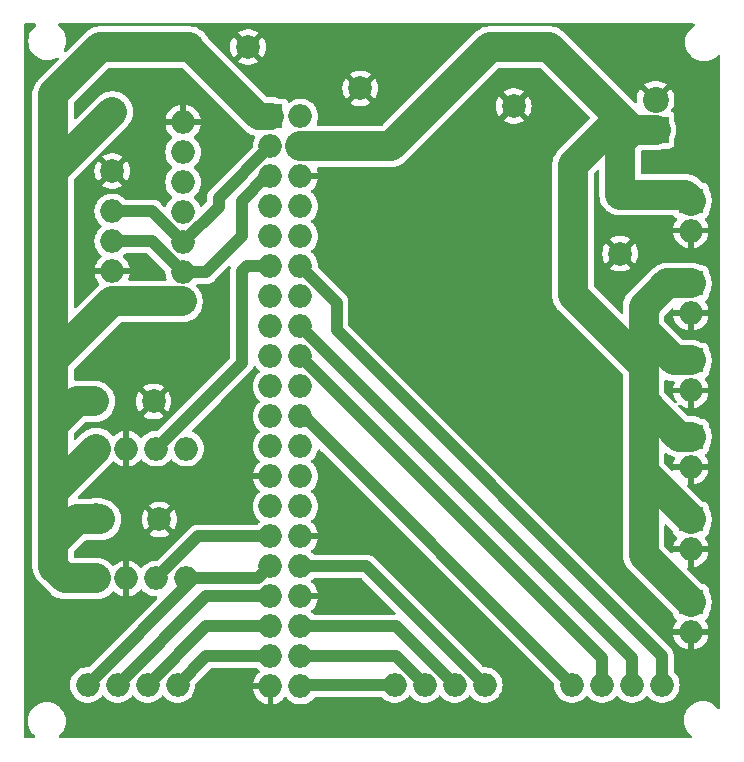
<source format=gbr>
%TF.GenerationSoftware,KiCad,Pcbnew,8.0.3*%
%TF.CreationDate,2024-12-08T21:05:17-03:00*%
%TF.ProjectId,eca,6563612e-6b69-4636-9164-5f7063625858,rev?*%
%TF.SameCoordinates,Original*%
%TF.FileFunction,Copper,L2,Bot*%
%TF.FilePolarity,Positive*%
%FSLAX46Y46*%
G04 Gerber Fmt 4.6, Leading zero omitted, Abs format (unit mm)*
G04 Created by KiCad (PCBNEW 8.0.3) date 2024-12-08 21:05:17*
%MOMM*%
%LPD*%
G01*
G04 APERTURE LIST*
%TA.AperFunction,ComponentPad*%
%ADD10O,2.000000X2.000000*%
%TD*%
%TA.AperFunction,ComponentPad*%
%ADD11C,2.000000*%
%TD*%
%TA.AperFunction,ComponentPad*%
%ADD12R,2.000000X2.000000*%
%TD*%
%TA.AperFunction,ComponentPad*%
%ADD13R,2.200000X2.200000*%
%TD*%
%TA.AperFunction,ComponentPad*%
%ADD14C,2.200000*%
%TD*%
%TA.AperFunction,Conductor*%
%ADD15C,0.200000*%
%TD*%
%TA.AperFunction,Conductor*%
%ADD16C,1.000000*%
%TD*%
%TA.AperFunction,Conductor*%
%ADD17C,2.500000*%
%TD*%
%TA.AperFunction,Conductor*%
%ADD18C,2.000000*%
%TD*%
%TA.AperFunction,Conductor*%
%ADD19C,2.300000*%
%TD*%
G04 APERTURE END LIST*
D10*
%TO.P,J4,1,Pin_1*%
%TO.N,3.3V*%
X106660000Y-119000000D03*
%TO.P,J4,2,Pin_2*%
%TO.N,GND*%
X109200000Y-119000000D03*
%TO.P,J4,3,Pin_3*%
%TO.N,GPIO5*%
X111740000Y-119000000D03*
%TO.P,J4,4,Pin_4*%
%TO.N,unconnected-(J4-Pin_4-Pad4)*%
X114280000Y-119000000D03*
%TD*%
D11*
%TO.P,C8,1*%
%TO.N,5V*%
X129000000Y-82500000D03*
%TO.P,C8,2*%
%TO.N,GND*%
X129000000Y-77500000D03*
%TD*%
D12*
%TO.P,J1,1,Pin_1*%
%TO.N,3.3V*%
X121400000Y-79880000D03*
D10*
%TO.P,J1,2,Pin_2*%
%TO.N,5V*%
X123940000Y-79880000D03*
%TO.P,J1,3,Pin_3*%
%TO.N,GPIO2*%
X121400000Y-82420000D03*
%TO.P,J1,4,Pin_4*%
%TO.N,5V*%
X123940000Y-82420000D03*
%TO.P,J1,5,Pin_5*%
%TO.N,GPIO3*%
X121400000Y-84960000D03*
%TO.P,J1,6,Pin_6*%
%TO.N,GND*%
X123940000Y-84960000D03*
%TO.P,J1,7,Pin_7*%
%TO.N,GPIO4*%
X121400000Y-87500000D03*
%TO.P,J1,8,Pin_8*%
%TO.N,GPIO14*%
X123940000Y-87500000D03*
%TO.P,J1,9,Pin_9*%
%TO.N,GND*%
X121400000Y-90040000D03*
%TO.P,J1,10,Pin_10*%
%TO.N,GPIO15*%
X123940000Y-90040000D03*
%TO.P,J1,11,Pin_11*%
%TO.N,GPIO17*%
X121400000Y-92580000D03*
%TO.P,J1,12,Pin_12*%
%TO.N,GPIO18*%
X123940000Y-92580000D03*
%TO.P,J1,13,Pin_13*%
%TO.N,GPIO27*%
X121400000Y-95120000D03*
%TO.P,J1,14,Pin_14*%
%TO.N,GND*%
X123940000Y-95120000D03*
%TO.P,J1,15,Pin_15*%
%TO.N,GPIO22*%
X121400000Y-97660000D03*
%TO.P,J1,16,Pin_16*%
%TO.N,GPIO23*%
X123940000Y-97660000D03*
%TO.P,J1,17,Pin_17*%
%TO.N,3.3V*%
X121400000Y-100200000D03*
%TO.P,J1,18,Pin_18*%
%TO.N,GPIO24*%
X123940000Y-100200000D03*
%TO.P,J1,19,Pin_19*%
%TO.N,GPIO10*%
X121400000Y-102740000D03*
%TO.P,J1,20,Pin_20*%
%TO.N,GND*%
X123940000Y-102740000D03*
%TO.P,J1,21,Pin_21*%
%TO.N,GPIO9*%
X121400000Y-105280000D03*
%TO.P,J1,22,Pin_22*%
%TO.N,GPIO25*%
X123940000Y-105280000D03*
%TO.P,J1,23,Pin_23*%
%TO.N,GPIO11*%
X121400000Y-107820000D03*
%TO.P,J1,24,Pin_24*%
%TO.N,GPIO8*%
X123940000Y-107820000D03*
%TO.P,J1,25,Pin_25*%
%TO.N,GND*%
X121400000Y-110360000D03*
%TO.P,J1,26,Pin_26*%
%TO.N,GPIO7*%
X123940000Y-110360000D03*
%TO.P,J1,27,Pin_27*%
%TO.N,ID_SD*%
X121400000Y-112900000D03*
%TO.P,J1,28,Pin_28*%
%TO.N,ID_SC*%
X123940000Y-112900000D03*
%TO.P,J1,29,Pin_29*%
%TO.N,GPIO5*%
X121400000Y-115440000D03*
%TO.P,J1,30,Pin_30*%
%TO.N,GND*%
X123940000Y-115440000D03*
%TO.P,J1,31,Pin_31*%
%TO.N,GPIO6*%
X121400000Y-117980000D03*
%TO.P,J1,32,Pin_32*%
%TO.N,GPIO12*%
X123940000Y-117980000D03*
%TO.P,J1,33,Pin_33*%
%TO.N,GPIO13*%
X121400000Y-120520000D03*
%TO.P,J1,34,Pin_34*%
%TO.N,GND*%
X123940000Y-120520000D03*
%TO.P,J1,35,Pin_35*%
%TO.N,GPIO19*%
X121400000Y-123060000D03*
%TO.P,J1,36,Pin_36*%
%TO.N,GPIO16*%
X123940000Y-123060000D03*
%TO.P,J1,37,Pin_37*%
%TO.N,GPIO26*%
X121400000Y-125600000D03*
%TO.P,J1,38,Pin_38*%
%TO.N,GPIO20*%
X123940000Y-125600000D03*
%TO.P,J1,39,Pin_39*%
%TO.N,GND*%
X121400000Y-128140000D03*
%TO.P,J1,40,Pin_40*%
%TO.N,GPIO21*%
X123940000Y-128140000D03*
%TD*%
D11*
%TO.P,C7,1*%
%TO.N,3.3V*%
X107000000Y-114000000D03*
%TO.P,C7,2*%
%TO.N,GND*%
X112000000Y-114000000D03*
%TD*%
D12*
%TO.P,J15,1,Pin_1*%
%TO.N,5V*%
X157000000Y-121000000D03*
D10*
%TO.P,J15,2,Pin_2*%
%TO.N,GND*%
X157000000Y-123540000D03*
%TD*%
%TO.P,J2,1,Pin_1*%
%TO.N,GPIO2*%
X108000000Y-87920000D03*
%TO.P,J2,2,Pin_2*%
%TO.N,GPIO3*%
X108000000Y-90460000D03*
%TO.P,J2,3,Pin_3*%
%TO.N,GND*%
X108000000Y-93000000D03*
%TO.P,J2,4,Pin_4*%
%TO.N,3.3V*%
X108000000Y-95540000D03*
%TD*%
%TO.P,J9,1,Pin_1*%
%TO.N,GPIO12*%
X139540000Y-128000000D03*
%TO.P,J9,2,Pin_2*%
%TO.N,GPIO16*%
X137000000Y-128000000D03*
%TO.P,J9,3,Pin_3*%
%TO.N,GPIO20*%
X134460000Y-128000000D03*
%TO.P,J9,4,Pin_4*%
%TO.N,GPIO21*%
X131920000Y-128000000D03*
%TD*%
D13*
%TO.P,Power Supply,1,Pin_1*%
%TO.N,5V*%
X154000000Y-81000000D03*
D14*
%TO.P,Power Supply,2,Pin_2*%
%TO.N,GND*%
X154000000Y-78460000D03*
%TD*%
D12*
%TO.P,J10,1,Pin_1*%
%TO.N,5V*%
X157000000Y-87000000D03*
D10*
%TO.P,J10,2,Pin_2*%
%TO.N,GND*%
X157000000Y-89540000D03*
%TD*%
%TO.P,J8,1,Pin_1*%
%TO.N,GPIO18*%
X154540000Y-128000000D03*
%TO.P,J8,2,Pin_2*%
%TO.N,GPIO23*%
X152000000Y-128000000D03*
%TO.P,J8,3,Pin_3*%
%TO.N,GPIO24*%
X149460000Y-128000000D03*
%TO.P,J8,4,Pin_4*%
%TO.N,GPIO25*%
X146920000Y-128000000D03*
%TD*%
D11*
%TO.P,C6,1*%
%TO.N,3.3V*%
X106500000Y-104000000D03*
%TO.P,C6,2*%
%TO.N,GND*%
X111500000Y-104000000D03*
%TD*%
D12*
%TO.P,J12,1,Pin_1*%
%TO.N,5V*%
X157000000Y-100540000D03*
D10*
%TO.P,J12,2,Pin_2*%
%TO.N,GND*%
X157000000Y-103080000D03*
%TD*%
%TO.P,J7,1,Pin_1*%
%TO.N,GPIO6*%
X105920000Y-128000000D03*
%TO.P,J7,2,Pin_2*%
%TO.N,GPIO13*%
X108460000Y-128000000D03*
%TO.P,J7,3,Pin_3*%
%TO.N,GPIO19*%
X111000000Y-128000000D03*
%TO.P,J7,4,Pin_4*%
%TO.N,GPIO26*%
X113540000Y-128000000D03*
%TD*%
D11*
%TO.P,C4,1*%
%TO.N,GND*%
X119500000Y-74000000D03*
%TO.P,C4,2*%
%TO.N,3.3V*%
X114500000Y-74000000D03*
%TD*%
%TO.P,C2,1*%
%TO.N,5V*%
X151000000Y-86500000D03*
%TO.P,C2,2*%
%TO.N,GND*%
X151000000Y-91500000D03*
%TD*%
%TO.P,C3,1*%
%TO.N,GND*%
X108000000Y-84500000D03*
%TO.P,C3,2*%
%TO.N,3.3V*%
X108000000Y-79500000D03*
%TD*%
D12*
%TO.P,J11,1,Pin_1*%
%TO.N,5V*%
X157000000Y-107000000D03*
D10*
%TO.P,J11,2,Pin_2*%
%TO.N,GND*%
X157000000Y-109540000D03*
%TD*%
D12*
%TO.P,J13,1,Pin_1*%
%TO.N,5V*%
X157000000Y-94000000D03*
D10*
%TO.P,J13,2,Pin_2*%
%TO.N,GND*%
X157000000Y-96540000D03*
%TD*%
D12*
%TO.P,C1,1*%
%TO.N,5V*%
X142000000Y-74000000D03*
D11*
%TO.P,C1,2*%
%TO.N,GND*%
X142000000Y-79000000D03*
%TD*%
D12*
%TO.P,J16,1,Pin_1*%
%TO.N,5V*%
X157000000Y-114000000D03*
D10*
%TO.P,J16,2,Pin_2*%
%TO.N,GND*%
X157000000Y-116540000D03*
%TD*%
%TO.P,J5,1,Pin_1*%
%TO.N,3.3V*%
X106660000Y-108000000D03*
%TO.P,J5,2,Pin_2*%
%TO.N,GND*%
X109200000Y-108000000D03*
%TO.P,J5,3,Pin_3*%
%TO.N,GPIO17*%
X111740000Y-108000000D03*
%TO.P,J5,4,Pin_4*%
%TO.N,unconnected-(J5-Pin_4-Pad4)*%
X114280000Y-108000000D03*
%TD*%
%TO.P,J3,1,Pin_1*%
%TO.N,GND*%
X114000000Y-80380000D03*
%TO.P,J3,2,Pin_2*%
%TO.N,unconnected-(J3-Pin_2-Pad2)*%
X114000000Y-82920000D03*
%TO.P,J3,3,Pin_3*%
%TO.N,unconnected-(J3-Pin_3-Pad3)*%
X114000000Y-85460000D03*
%TO.P,J3,4,Pin_4*%
%TO.N,unconnected-(J3-Pin_4-Pad4)*%
X114000000Y-88000000D03*
%TO.P,J3,5,Pin_5*%
%TO.N,GPIO2*%
X114000000Y-90540000D03*
%TO.P,J3,6,Pin_6*%
%TO.N,GPIO3*%
X114000000Y-93080000D03*
%TO.P,J3,7,Pin_7*%
%TO.N,3.3V*%
X114000000Y-95620000D03*
%TD*%
D15*
%TO.N,GPIO5*%
X121400000Y-115440000D02*
X121400000Y-115600000D01*
D16*
X121400000Y-115440000D02*
X115300000Y-115440000D01*
X115300000Y-115440000D02*
X111740000Y-119000000D01*
%TO.N,GPIO3*%
X115920000Y-93080000D02*
X114000000Y-93080000D01*
D15*
X121040000Y-84960000D02*
X121400000Y-84960000D01*
D16*
X111380000Y-90460000D02*
X114000000Y-93080000D01*
X108000000Y-90460000D02*
X111380000Y-90460000D01*
X119000000Y-90000000D02*
X115920000Y-93080000D01*
X119000000Y-87000000D02*
X119000000Y-90000000D01*
X121040000Y-84960000D02*
X119000000Y-87000000D01*
%TO.N,GPIO21*%
X131920000Y-128000000D02*
X124080000Y-128000000D01*
D15*
X124080000Y-128000000D02*
X123940000Y-128140000D01*
D17*
%TO.N,3.3V*%
X103000000Y-116000000D02*
X103000000Y-111660000D01*
D18*
X106660000Y-113660000D02*
X107000000Y-114000000D01*
D17*
X107000000Y-74000000D02*
X114500000Y-74000000D01*
X103000000Y-100540000D02*
X108000000Y-95540000D01*
X103000000Y-84500000D02*
X103000000Y-78000000D01*
X103000000Y-106000000D02*
X105000000Y-104000000D01*
D15*
X108080000Y-95620000D02*
X108000000Y-95540000D01*
D16*
X106660000Y-104160000D02*
X106500000Y-104000000D01*
D17*
X103000000Y-111660000D02*
X103000000Y-106000000D01*
X105000000Y-114000000D02*
X107000000Y-114000000D01*
D15*
X121360000Y-79920000D02*
X121400000Y-79880000D01*
D17*
X106660000Y-119000000D02*
X104000000Y-119000000D01*
X103000000Y-84500000D02*
X108000000Y-79500000D01*
X103000000Y-111660000D02*
X106660000Y-108000000D01*
X104000000Y-119000000D02*
X103000000Y-118000000D01*
X103000000Y-106000000D02*
X103000000Y-100540000D01*
D19*
X121400000Y-79880000D02*
X120380000Y-79880000D01*
D15*
X113920000Y-95540000D02*
X114000000Y-95620000D01*
D17*
X108000000Y-95540000D02*
X113920000Y-95540000D01*
X103000000Y-78000000D02*
X107000000Y-74000000D01*
X103000000Y-116000000D02*
X105000000Y-114000000D01*
D19*
X120380000Y-79880000D02*
X114500000Y-74000000D01*
D15*
X106380000Y-103880000D02*
X106500000Y-104000000D01*
X106660000Y-114340000D02*
X107000000Y-114000000D01*
D17*
X105000000Y-104000000D02*
X106500000Y-104000000D01*
X103000000Y-100540000D02*
X103000000Y-84500000D01*
X103000000Y-118000000D02*
X103000000Y-116000000D01*
D16*
%TO.N,GPIO25*%
X146920000Y-128000000D02*
X124200000Y-105280000D01*
D15*
X124200000Y-105280000D02*
X123940000Y-105280000D01*
D16*
%TO.N,GPIO2*%
X117000000Y-87540000D02*
X117000000Y-86820000D01*
X117000000Y-86820000D02*
X121400000Y-82420000D01*
X111380000Y-87920000D02*
X114000000Y-90540000D01*
X114000000Y-90540000D02*
X117000000Y-87540000D01*
X108000000Y-87920000D02*
X111380000Y-87920000D01*
D17*
%TO.N,5V*%
X140000000Y-74000000D02*
X142000000Y-74000000D01*
X153000000Y-110000000D02*
X153000000Y-117000000D01*
X153000000Y-104000000D02*
X153000000Y-110000000D01*
X153000000Y-96000000D02*
X155000000Y-94000000D01*
X142000000Y-74000000D02*
X145000000Y-74000000D01*
X153000000Y-98000000D02*
X153000000Y-101000000D01*
X150500000Y-79500000D02*
X152010000Y-81010000D01*
X156500000Y-86500000D02*
X157000000Y-87000000D01*
X155000000Y-94000000D02*
X157000000Y-94000000D01*
X155540000Y-100540000D02*
X153000000Y-98000000D01*
X153000000Y-101000000D02*
X153000000Y-104000000D01*
X153000000Y-117000000D02*
X157000000Y-121000000D01*
X123940000Y-82420000D02*
X128920000Y-82420000D01*
X151000000Y-86500000D02*
X156500000Y-86500000D01*
X153000000Y-101000000D02*
X147000000Y-95000000D01*
X145000000Y-74000000D02*
X150500000Y-79500000D01*
X153000000Y-110000000D02*
X157000000Y-114000000D01*
X131580000Y-82420000D02*
X140000000Y-74000000D01*
D15*
X124060000Y-80000000D02*
X123940000Y-79880000D01*
D17*
X156000000Y-107000000D02*
X157000000Y-107000000D01*
D15*
X128920000Y-82420000D02*
X129000000Y-82500000D01*
D17*
X151000000Y-82020000D02*
X152010000Y-81010000D01*
X151000000Y-86500000D02*
X151000000Y-82020000D01*
X153000000Y-98000000D02*
X153000000Y-96000000D01*
X150500000Y-80500000D02*
X150500000Y-79500000D01*
D15*
X156460000Y-100000000D02*
X157000000Y-100540000D01*
D17*
X147000000Y-95000000D02*
X147000000Y-84000000D01*
X152010000Y-81010000D02*
X154000000Y-81010000D01*
X157000000Y-100540000D02*
X155540000Y-100540000D01*
X128920000Y-82420000D02*
X131580000Y-82420000D01*
X147000000Y-84000000D02*
X150500000Y-80500000D01*
X153000000Y-104000000D02*
X156000000Y-107000000D01*
D16*
%TO.N,GPIO13*%
X115940000Y-120520000D02*
X121400000Y-120520000D01*
X108460000Y-128000000D02*
X115940000Y-120520000D01*
%TO.N,GPIO6*%
X114920000Y-119000000D02*
X120380000Y-119000000D01*
X120380000Y-119000000D02*
X121400000Y-117980000D01*
X105920000Y-128000000D02*
X114920000Y-119000000D01*
%TO.N,GPIO12*%
X123940000Y-117980000D02*
X129520000Y-117980000D01*
X129520000Y-117980000D02*
X139540000Y-128000000D01*
%TO.N,GPIO20*%
X123940000Y-125600000D02*
X132060000Y-125600000D01*
X132060000Y-125600000D02*
X134460000Y-128000000D01*
%TO.N,GPIO19*%
X115940000Y-123060000D02*
X121400000Y-123060000D01*
X111000000Y-128000000D02*
X115940000Y-123060000D01*
D15*
%TO.N,ID_SD*%
X121100000Y-112900000D02*
X121000000Y-113000000D01*
X121400000Y-112900000D02*
X121100000Y-112900000D01*
D16*
%TO.N,GPIO23*%
X152000000Y-128000000D02*
X152000000Y-125720000D01*
X152000000Y-125720000D02*
X123940000Y-97660000D01*
%TO.N,GPIO18*%
X123940000Y-92580000D02*
X127000000Y-95640000D01*
X127000000Y-95640000D02*
X127000000Y-98000000D01*
X154540000Y-125540000D02*
X154540000Y-128000000D01*
X127000000Y-98000000D02*
X154540000Y-125540000D01*
%TO.N,GPIO24*%
X149460000Y-125720000D02*
X123940000Y-100200000D01*
X149460000Y-128000000D02*
X149460000Y-125720000D01*
%TO.N,GPIO26*%
X113540000Y-128000000D02*
X115940000Y-125600000D01*
X115940000Y-125600000D02*
X121400000Y-125600000D01*
%TO.N,GPIO17*%
X119000000Y-93000000D02*
X119000000Y-100740000D01*
X119420000Y-92580000D02*
X119000000Y-93000000D01*
X121400000Y-92580000D02*
X119420000Y-92580000D01*
X119000000Y-100740000D02*
X111740000Y-108000000D01*
%TO.N,GPIO16*%
X132060000Y-123060000D02*
X137000000Y-128000000D01*
X123940000Y-123060000D02*
X132060000Y-123060000D01*
%TD*%
%TA.AperFunction,Conductor*%
%TO.N,GND*%
G36*
X101522211Y-72020185D02*
G01*
X101567966Y-72072989D01*
X101577910Y-72142147D01*
X101548885Y-72205703D01*
X101535706Y-72218787D01*
X101439261Y-72301160D01*
X101364776Y-72364776D01*
X101201161Y-72556343D01*
X101201160Y-72556346D01*
X101069533Y-72771140D01*
X100973126Y-73003889D01*
X100914317Y-73248848D01*
X100894551Y-73500000D01*
X100914317Y-73751151D01*
X100973126Y-73996110D01*
X101069533Y-74228859D01*
X101201160Y-74443653D01*
X101201161Y-74443656D01*
X101220181Y-74465925D01*
X101364776Y-74635224D01*
X101459779Y-74716364D01*
X101556343Y-74798838D01*
X101556346Y-74798839D01*
X101771140Y-74930466D01*
X102001912Y-75026054D01*
X102003889Y-75026873D01*
X102248852Y-75085683D01*
X102500000Y-75105449D01*
X102751148Y-75085683D01*
X102996111Y-75026873D01*
X103228859Y-74930466D01*
X103278484Y-74900055D01*
X103345928Y-74881811D01*
X103412530Y-74902927D01*
X103457144Y-74956698D01*
X103465605Y-75026054D01*
X103435226Y-75088973D01*
X103430954Y-75093464D01*
X101681084Y-76843333D01*
X101681078Y-76843340D01*
X101611818Y-76933603D01*
X101611235Y-76934363D01*
X101579670Y-76975499D01*
X101541385Y-77025392D01*
X101426657Y-77224108D01*
X101426650Y-77224123D01*
X101339645Y-77434174D01*
X101338842Y-77436113D01*
X101289134Y-77621630D01*
X101279453Y-77657759D01*
X101279451Y-77657770D01*
X101249500Y-77885258D01*
X101249500Y-118114741D01*
X101256784Y-118170064D01*
X101270183Y-118271835D01*
X101279452Y-118342239D01*
X101321724Y-118500000D01*
X101324703Y-118511118D01*
X101338843Y-118563889D01*
X101426650Y-118775876D01*
X101426657Y-118775890D01*
X101447654Y-118812258D01*
X101541389Y-118974612D01*
X101541391Y-118974615D01*
X101541392Y-118974616D01*
X101575828Y-119019495D01*
X101575833Y-119019500D01*
X101681078Y-119156659D01*
X101681084Y-119156666D01*
X102843331Y-120318913D01*
X102843336Y-120318917D01*
X102843339Y-120318920D01*
X102899766Y-120362217D01*
X102899767Y-120362219D01*
X103025386Y-120458610D01*
X103027049Y-120459570D01*
X103165074Y-120539258D01*
X103165075Y-120539259D01*
X103194593Y-120556301D01*
X103224113Y-120573345D01*
X103333227Y-120618541D01*
X103436113Y-120661158D01*
X103474781Y-120671519D01*
X103657761Y-120720549D01*
X103861553Y-120747377D01*
X103861555Y-120747378D01*
X103861556Y-120747378D01*
X103868151Y-120748246D01*
X103885266Y-120750500D01*
X103885267Y-120750500D01*
X103885270Y-120750500D01*
X106774727Y-120750500D01*
X106774734Y-120750500D01*
X107002238Y-120720548D01*
X107223887Y-120661158D01*
X107435888Y-120573344D01*
X107634612Y-120458611D01*
X107816661Y-120318919D01*
X107816667Y-120318913D01*
X107816670Y-120318911D01*
X107978914Y-120156666D01*
X107978924Y-120156655D01*
X108002001Y-120126580D01*
X108058428Y-120085376D01*
X108128174Y-120081219D01*
X108175588Y-120105450D01*
X108176548Y-120104218D01*
X108376762Y-120260051D01*
X108376771Y-120260057D01*
X108595385Y-120378364D01*
X108595396Y-120378369D01*
X108830507Y-120459083D01*
X108949999Y-120479023D01*
X108950000Y-120479022D01*
X108950000Y-119433012D01*
X109007007Y-119465925D01*
X109134174Y-119500000D01*
X109265826Y-119500000D01*
X109392993Y-119465925D01*
X109450000Y-119433012D01*
X109450000Y-120479023D01*
X109569492Y-120459083D01*
X109804603Y-120378369D01*
X109804614Y-120378364D01*
X110023228Y-120260057D01*
X110023237Y-120260051D01*
X110219397Y-120107373D01*
X110219401Y-120107370D01*
X110378430Y-119934620D01*
X110438318Y-119898629D01*
X110508156Y-119900730D01*
X110560889Y-119934619D01*
X110720256Y-120107738D01*
X110916491Y-120260474D01*
X110916493Y-120260475D01*
X111134332Y-120378364D01*
X111135190Y-120378828D01*
X111354141Y-120453994D01*
X111368964Y-120459083D01*
X111370386Y-120459571D01*
X111615665Y-120500500D01*
X111705217Y-120500500D01*
X111772256Y-120520185D01*
X111818011Y-120572989D01*
X111827955Y-120642147D01*
X111798930Y-120705703D01*
X111792898Y-120712181D01*
X106041899Y-126463181D01*
X105980576Y-126496666D01*
X105954218Y-126499500D01*
X105795665Y-126499500D01*
X105550383Y-126540429D01*
X105315197Y-126621169D01*
X105315188Y-126621172D01*
X105096493Y-126739524D01*
X104900257Y-126892261D01*
X104731833Y-127075217D01*
X104595826Y-127283393D01*
X104495936Y-127511118D01*
X104434892Y-127752175D01*
X104434890Y-127752187D01*
X104414357Y-127999994D01*
X104414357Y-128000005D01*
X104434890Y-128247812D01*
X104434892Y-128247824D01*
X104495936Y-128488881D01*
X104595826Y-128716606D01*
X104731833Y-128924782D01*
X104731836Y-128924785D01*
X104900256Y-129107738D01*
X105096491Y-129260474D01*
X105315190Y-129378828D01*
X105550386Y-129459571D01*
X105795665Y-129500500D01*
X106044335Y-129500500D01*
X106289614Y-129459571D01*
X106524810Y-129378828D01*
X106743509Y-129260474D01*
X106939744Y-129107738D01*
X107098771Y-128934988D01*
X107158657Y-128898999D01*
X107228495Y-128901099D01*
X107281228Y-128934988D01*
X107440256Y-129107738D01*
X107636491Y-129260474D01*
X107855190Y-129378828D01*
X108090386Y-129459571D01*
X108335665Y-129500500D01*
X108584335Y-129500500D01*
X108829614Y-129459571D01*
X109064810Y-129378828D01*
X109283509Y-129260474D01*
X109479744Y-129107738D01*
X109638771Y-128934988D01*
X109698657Y-128898999D01*
X109768495Y-128901099D01*
X109821228Y-128934988D01*
X109980256Y-129107738D01*
X110176491Y-129260474D01*
X110395190Y-129378828D01*
X110630386Y-129459571D01*
X110875665Y-129500500D01*
X111124335Y-129500500D01*
X111369614Y-129459571D01*
X111604810Y-129378828D01*
X111823509Y-129260474D01*
X112019744Y-129107738D01*
X112178771Y-128934988D01*
X112238657Y-128898999D01*
X112308495Y-128901099D01*
X112361228Y-128934988D01*
X112520256Y-129107738D01*
X112716491Y-129260474D01*
X112935190Y-129378828D01*
X113170386Y-129459571D01*
X113415665Y-129500500D01*
X113664335Y-129500500D01*
X113909614Y-129459571D01*
X114144810Y-129378828D01*
X114363509Y-129260474D01*
X114559744Y-129107738D01*
X114728164Y-128924785D01*
X114864173Y-128716607D01*
X114964063Y-128488881D01*
X115025108Y-128247821D01*
X115028588Y-128205826D01*
X115045643Y-128000004D01*
X115045643Y-127999995D01*
X115043447Y-127973498D01*
X115057527Y-127905062D01*
X115079338Y-127875580D01*
X116318102Y-126636819D01*
X116379425Y-126603334D01*
X116405783Y-126600500D01*
X120227145Y-126600500D01*
X120294184Y-126620185D01*
X120318374Y-126640517D01*
X120380252Y-126707734D01*
X120380262Y-126707743D01*
X120463415Y-126772464D01*
X120504228Y-126829174D01*
X120507903Y-126898947D01*
X120473271Y-126959630D01*
X120463416Y-126968170D01*
X120380597Y-127032630D01*
X120380592Y-127032635D01*
X120212232Y-127215521D01*
X120076267Y-127423632D01*
X119976411Y-127651283D01*
X119915960Y-127890000D01*
X120966988Y-127890000D01*
X120934075Y-127947007D01*
X120900000Y-128074174D01*
X120900000Y-128205826D01*
X120934075Y-128332993D01*
X120966988Y-128390000D01*
X119915960Y-128390000D01*
X119976411Y-128628716D01*
X120076267Y-128856367D01*
X120212232Y-129064478D01*
X120380592Y-129247364D01*
X120380602Y-129247373D01*
X120576762Y-129400051D01*
X120576771Y-129400057D01*
X120795385Y-129518364D01*
X120795396Y-129518369D01*
X121030507Y-129599083D01*
X121149999Y-129619023D01*
X121150000Y-129619022D01*
X121150000Y-128573012D01*
X121207007Y-128605925D01*
X121334174Y-128640000D01*
X121465826Y-128640000D01*
X121592993Y-128605925D01*
X121650000Y-128573012D01*
X121650000Y-129619023D01*
X121769492Y-129599083D01*
X122004603Y-129518369D01*
X122004614Y-129518364D01*
X122223228Y-129400057D01*
X122223237Y-129400051D01*
X122419397Y-129247373D01*
X122419401Y-129247370D01*
X122578430Y-129074620D01*
X122638318Y-129038629D01*
X122708156Y-129040730D01*
X122760889Y-129074619D01*
X122920256Y-129247738D01*
X123116491Y-129400474D01*
X123116493Y-129400475D01*
X123334332Y-129518364D01*
X123335190Y-129518828D01*
X123554141Y-129593994D01*
X123568964Y-129599083D01*
X123570386Y-129599571D01*
X123815665Y-129640500D01*
X124064335Y-129640500D01*
X124309614Y-129599571D01*
X124544810Y-129518828D01*
X124763509Y-129400474D01*
X124959744Y-129247738D01*
X125128164Y-129064785D01*
X125133459Y-129056679D01*
X125186605Y-129011323D01*
X125237269Y-129000500D01*
X130747145Y-129000500D01*
X130814184Y-129020185D01*
X130838374Y-129040517D01*
X130900252Y-129107734D01*
X130900256Y-129107738D01*
X131096491Y-129260474D01*
X131315190Y-129378828D01*
X131550386Y-129459571D01*
X131795665Y-129500500D01*
X132044335Y-129500500D01*
X132289614Y-129459571D01*
X132524810Y-129378828D01*
X132743509Y-129260474D01*
X132939744Y-129107738D01*
X133098771Y-128934988D01*
X133158657Y-128898999D01*
X133228495Y-128901099D01*
X133281228Y-128934988D01*
X133440256Y-129107738D01*
X133636491Y-129260474D01*
X133855190Y-129378828D01*
X134090386Y-129459571D01*
X134335665Y-129500500D01*
X134584335Y-129500500D01*
X134829614Y-129459571D01*
X135064810Y-129378828D01*
X135283509Y-129260474D01*
X135479744Y-129107738D01*
X135638771Y-128934988D01*
X135698657Y-128898999D01*
X135768495Y-128901099D01*
X135821228Y-128934988D01*
X135980256Y-129107738D01*
X136176491Y-129260474D01*
X136395190Y-129378828D01*
X136630386Y-129459571D01*
X136875665Y-129500500D01*
X137124335Y-129500500D01*
X137369614Y-129459571D01*
X137604810Y-129378828D01*
X137823509Y-129260474D01*
X138019744Y-129107738D01*
X138178771Y-128934988D01*
X138238657Y-128898999D01*
X138308495Y-128901099D01*
X138361228Y-128934988D01*
X138520256Y-129107738D01*
X138716491Y-129260474D01*
X138935190Y-129378828D01*
X139170386Y-129459571D01*
X139415665Y-129500500D01*
X139664335Y-129500500D01*
X139909614Y-129459571D01*
X140144810Y-129378828D01*
X140363509Y-129260474D01*
X140559744Y-129107738D01*
X140728164Y-128924785D01*
X140864173Y-128716607D01*
X140964063Y-128488881D01*
X141025108Y-128247821D01*
X141028588Y-128205826D01*
X141045643Y-128000005D01*
X141045643Y-127999994D01*
X141025109Y-127752187D01*
X141025107Y-127752175D01*
X140964063Y-127511118D01*
X140864173Y-127283393D01*
X140728166Y-127075217D01*
X140640342Y-126979815D01*
X140559744Y-126892262D01*
X140363509Y-126739526D01*
X140363507Y-126739525D01*
X140363506Y-126739524D01*
X140144811Y-126621172D01*
X140144802Y-126621169D01*
X139909616Y-126540429D01*
X139664335Y-126499500D01*
X139505782Y-126499500D01*
X139438743Y-126479815D01*
X139418101Y-126463181D01*
X130301479Y-117346559D01*
X130301459Y-117346537D01*
X130157785Y-117202863D01*
X130157781Y-117202860D01*
X129993920Y-117093371D01*
X129993911Y-117093366D01*
X129901805Y-117055215D01*
X129865165Y-117040038D01*
X129811836Y-117017949D01*
X129811832Y-117017948D01*
X129811828Y-117017946D01*
X129715188Y-116998724D01*
X129618544Y-116979500D01*
X129618541Y-116979500D01*
X125112855Y-116979500D01*
X125045816Y-116959815D01*
X125021626Y-116939483D01*
X124959747Y-116872265D01*
X124959746Y-116872264D01*
X124959744Y-116872262D01*
X124876583Y-116807535D01*
X124835770Y-116750825D01*
X124832096Y-116681052D01*
X124866728Y-116620369D01*
X124876584Y-116611828D01*
X124959404Y-116547367D01*
X124959407Y-116547364D01*
X125127767Y-116364478D01*
X125263732Y-116156367D01*
X125363588Y-115928716D01*
X125424040Y-115690000D01*
X124373012Y-115690000D01*
X124405925Y-115632993D01*
X124440000Y-115505826D01*
X124440000Y-115374174D01*
X124405925Y-115247007D01*
X124373012Y-115190000D01*
X125424040Y-115190000D01*
X125363588Y-114951283D01*
X125263732Y-114723632D01*
X125127767Y-114515521D01*
X124959407Y-114332635D01*
X124959397Y-114332626D01*
X124876584Y-114268170D01*
X124835771Y-114211460D01*
X124832096Y-114141687D01*
X124866728Y-114081004D01*
X124876571Y-114072473D01*
X124959744Y-114007738D01*
X125128164Y-113824785D01*
X125264173Y-113616607D01*
X125364063Y-113388881D01*
X125425108Y-113147821D01*
X125426857Y-113126713D01*
X125445643Y-112900005D01*
X125445643Y-112899994D01*
X125425109Y-112652187D01*
X125425107Y-112652175D01*
X125364063Y-112411118D01*
X125264173Y-112183393D01*
X125128166Y-111975217D01*
X125106557Y-111951744D01*
X124959744Y-111792262D01*
X124876991Y-111727852D01*
X124836179Y-111671143D01*
X124832504Y-111601370D01*
X124867136Y-111540687D01*
X124876985Y-111532151D01*
X124959744Y-111467738D01*
X125128164Y-111284785D01*
X125264173Y-111076607D01*
X125364063Y-110848881D01*
X125425108Y-110607821D01*
X125425856Y-110598794D01*
X125445643Y-110360005D01*
X125445643Y-110359994D01*
X125425109Y-110112187D01*
X125425107Y-110112175D01*
X125364063Y-109871118D01*
X125264173Y-109643393D01*
X125128166Y-109435217D01*
X125076255Y-109378827D01*
X124959744Y-109252262D01*
X124876991Y-109187852D01*
X124836179Y-109131143D01*
X124832504Y-109061370D01*
X124867136Y-109000687D01*
X124876985Y-108992151D01*
X124959744Y-108927738D01*
X125128164Y-108744785D01*
X125264173Y-108536607D01*
X125364063Y-108308881D01*
X125401399Y-108161443D01*
X125436937Y-108101290D01*
X125499358Y-108069898D01*
X125568841Y-108077236D01*
X125609285Y-108104205D01*
X145380657Y-127875577D01*
X145414142Y-127936900D01*
X145416553Y-127973495D01*
X145414358Y-127999995D01*
X145414357Y-128000002D01*
X145414357Y-128000005D01*
X145434890Y-128247812D01*
X145434892Y-128247824D01*
X145495936Y-128488881D01*
X145595826Y-128716606D01*
X145731833Y-128924782D01*
X145731836Y-128924785D01*
X145900256Y-129107738D01*
X146096491Y-129260474D01*
X146315190Y-129378828D01*
X146550386Y-129459571D01*
X146795665Y-129500500D01*
X147044335Y-129500500D01*
X147289614Y-129459571D01*
X147524810Y-129378828D01*
X147743509Y-129260474D01*
X147939744Y-129107738D01*
X148098771Y-128934988D01*
X148158657Y-128898999D01*
X148228495Y-128901099D01*
X148281228Y-128934988D01*
X148440256Y-129107738D01*
X148636491Y-129260474D01*
X148855190Y-129378828D01*
X149090386Y-129459571D01*
X149335665Y-129500500D01*
X149584335Y-129500500D01*
X149829614Y-129459571D01*
X150064810Y-129378828D01*
X150283509Y-129260474D01*
X150479744Y-129107738D01*
X150638771Y-128934988D01*
X150698657Y-128898999D01*
X150768495Y-128901099D01*
X150821228Y-128934988D01*
X150980256Y-129107738D01*
X151176491Y-129260474D01*
X151395190Y-129378828D01*
X151630386Y-129459571D01*
X151875665Y-129500500D01*
X152124335Y-129500500D01*
X152369614Y-129459571D01*
X152604810Y-129378828D01*
X152823509Y-129260474D01*
X153019744Y-129107738D01*
X153178771Y-128934988D01*
X153238657Y-128898999D01*
X153308495Y-128901099D01*
X153361228Y-128934988D01*
X153520256Y-129107738D01*
X153716491Y-129260474D01*
X153935190Y-129378828D01*
X154170386Y-129459571D01*
X154415665Y-129500500D01*
X154664335Y-129500500D01*
X154909614Y-129459571D01*
X155144810Y-129378828D01*
X155363509Y-129260474D01*
X155559744Y-129107738D01*
X155728164Y-128924785D01*
X155864173Y-128716607D01*
X155964063Y-128488881D01*
X156025108Y-128247821D01*
X156028588Y-128205826D01*
X156045643Y-128000005D01*
X156045643Y-127999994D01*
X156025109Y-127752187D01*
X156025107Y-127752175D01*
X155964063Y-127511118D01*
X155864173Y-127283393D01*
X155813204Y-127205379D01*
X155728164Y-127075215D01*
X155713763Y-127059571D01*
X155573270Y-126906953D01*
X155542348Y-126844299D01*
X155540500Y-126822971D01*
X155540500Y-125644675D01*
X155540501Y-125644654D01*
X155540501Y-125441457D01*
X155540500Y-125441455D01*
X155502053Y-125248172D01*
X155502052Y-125248165D01*
X155426632Y-125066086D01*
X155426631Y-125066085D01*
X155426628Y-125066079D01*
X155317140Y-124902219D01*
X155317137Y-124902215D01*
X128036819Y-97621897D01*
X128003334Y-97560574D01*
X128000500Y-97534216D01*
X128000500Y-95744675D01*
X128000501Y-95744654D01*
X128000501Y-95541457D01*
X128000500Y-95541455D01*
X127977735Y-95427007D01*
X127962052Y-95348165D01*
X127886632Y-95166086D01*
X127886631Y-95166085D01*
X127886628Y-95166079D01*
X127777140Y-95002219D01*
X127777137Y-95002215D01*
X125479342Y-92704422D01*
X125445857Y-92643099D01*
X125443447Y-92606499D01*
X125445643Y-92580003D01*
X125445643Y-92579995D01*
X125425109Y-92332187D01*
X125425107Y-92332175D01*
X125364063Y-92091118D01*
X125264173Y-91863393D01*
X125128166Y-91655217D01*
X125094898Y-91619079D01*
X124959744Y-91472262D01*
X124876991Y-91407852D01*
X124836179Y-91351143D01*
X124832504Y-91281370D01*
X124867136Y-91220687D01*
X124876985Y-91212151D01*
X124959744Y-91147738D01*
X125128164Y-90964785D01*
X125264173Y-90756607D01*
X125364063Y-90528881D01*
X125425108Y-90287821D01*
X125426055Y-90276390D01*
X125445643Y-90040005D01*
X125445643Y-90039994D01*
X125425109Y-89792187D01*
X125425107Y-89792175D01*
X125364063Y-89551118D01*
X125264173Y-89323393D01*
X125128166Y-89115217D01*
X125069310Y-89051283D01*
X124959744Y-88932262D01*
X124876991Y-88867852D01*
X124836179Y-88811143D01*
X124832504Y-88741370D01*
X124867136Y-88680687D01*
X124876985Y-88672151D01*
X124959744Y-88607738D01*
X125128164Y-88424785D01*
X125264173Y-88216607D01*
X125364063Y-87988881D01*
X125425108Y-87747821D01*
X125425109Y-87747812D01*
X125445643Y-87500005D01*
X125445643Y-87499994D01*
X125425109Y-87252187D01*
X125425107Y-87252175D01*
X125364063Y-87011118D01*
X125264173Y-86783393D01*
X125128166Y-86575217D01*
X125096818Y-86541164D01*
X124959744Y-86392262D01*
X124876583Y-86327535D01*
X124835770Y-86270825D01*
X124832096Y-86201052D01*
X124866728Y-86140369D01*
X124876584Y-86131828D01*
X124959404Y-86067367D01*
X124959407Y-86067364D01*
X125127767Y-85884478D01*
X125263732Y-85676367D01*
X125363588Y-85448716D01*
X125424040Y-85210000D01*
X124373012Y-85210000D01*
X124405925Y-85152993D01*
X124440000Y-85025826D01*
X124440000Y-84894174D01*
X124405925Y-84767007D01*
X124373012Y-84710000D01*
X125424040Y-84710000D01*
X125363588Y-84471283D01*
X125307893Y-84344310D01*
X125298990Y-84275010D01*
X125328967Y-84211898D01*
X125388307Y-84175011D01*
X125421449Y-84170500D01*
X131694727Y-84170500D01*
X131694734Y-84170500D01*
X131895771Y-84144032D01*
X131895772Y-84144032D01*
X131922229Y-84140550D01*
X131922234Y-84140548D01*
X131922239Y-84140548D01*
X132143887Y-84081158D01*
X132355888Y-83993344D01*
X132554612Y-83878611D01*
X132658587Y-83798828D01*
X132736661Y-83738920D01*
X137475586Y-78999994D01*
X140494859Y-78999994D01*
X140494859Y-79000000D01*
X140515385Y-79247729D01*
X140515387Y-79247738D01*
X140576412Y-79488717D01*
X140676266Y-79716364D01*
X140776564Y-79869882D01*
X141517037Y-79129409D01*
X141534075Y-79192993D01*
X141599901Y-79307007D01*
X141692993Y-79400099D01*
X141807007Y-79465925D01*
X141870590Y-79482962D01*
X141129942Y-80223609D01*
X141176768Y-80260055D01*
X141176770Y-80260056D01*
X141395385Y-80378364D01*
X141395396Y-80378369D01*
X141630506Y-80459083D01*
X141875707Y-80500000D01*
X142124293Y-80500000D01*
X142369493Y-80459083D01*
X142604603Y-80378369D01*
X142604614Y-80378364D01*
X142823228Y-80260057D01*
X142823231Y-80260055D01*
X142870056Y-80223609D01*
X142129409Y-79482962D01*
X142192993Y-79465925D01*
X142307007Y-79400099D01*
X142400099Y-79307007D01*
X142465925Y-79192993D01*
X142482962Y-79129410D01*
X143223434Y-79869882D01*
X143323731Y-79716369D01*
X143423587Y-79488717D01*
X143484612Y-79247738D01*
X143484614Y-79247729D01*
X143505141Y-79000000D01*
X143505141Y-78999994D01*
X143484614Y-78752270D01*
X143484612Y-78752261D01*
X143423587Y-78511282D01*
X143323731Y-78283630D01*
X143223434Y-78130116D01*
X142482962Y-78870589D01*
X142465925Y-78807007D01*
X142400099Y-78692993D01*
X142307007Y-78599901D01*
X142192993Y-78534075D01*
X142129410Y-78517037D01*
X142870057Y-77776390D01*
X142870056Y-77776389D01*
X142823229Y-77739943D01*
X142604614Y-77621635D01*
X142604603Y-77621630D01*
X142369493Y-77540916D01*
X142124293Y-77500000D01*
X141875707Y-77500000D01*
X141630506Y-77540916D01*
X141395396Y-77621630D01*
X141395390Y-77621632D01*
X141176761Y-77739949D01*
X141129942Y-77776388D01*
X141129942Y-77776390D01*
X141870590Y-78517037D01*
X141807007Y-78534075D01*
X141692993Y-78599901D01*
X141599901Y-78692993D01*
X141534075Y-78807007D01*
X141517037Y-78870589D01*
X140776564Y-78130116D01*
X140676267Y-78283632D01*
X140576412Y-78511282D01*
X140515387Y-78752261D01*
X140515385Y-78752270D01*
X140494859Y-78999994D01*
X137475586Y-78999994D01*
X140688761Y-75786818D01*
X140750084Y-75753334D01*
X140776442Y-75750500D01*
X141885266Y-75750500D01*
X144223557Y-75750500D01*
X144290596Y-75770185D01*
X144311238Y-75786819D01*
X148436737Y-79912318D01*
X148470222Y-79973641D01*
X148465238Y-80043333D01*
X148436737Y-80087680D01*
X145681084Y-82843333D01*
X145681078Y-82843340D01*
X145617149Y-82926655D01*
X145541388Y-83025388D01*
X145459156Y-83167820D01*
X145459156Y-83167821D01*
X145426656Y-83224111D01*
X145426654Y-83224115D01*
X145338845Y-83436103D01*
X145338842Y-83436113D01*
X145296713Y-83593343D01*
X145279452Y-83657762D01*
X145249500Y-83885258D01*
X145249500Y-95114741D01*
X145274973Y-95308215D01*
X145274973Y-95308216D01*
X145279452Y-95342241D01*
X145332829Y-95541447D01*
X145332834Y-95541463D01*
X145338841Y-95563886D01*
X145426652Y-95775881D01*
X145426656Y-95775888D01*
X145541389Y-95974612D01*
X145541391Y-95974615D01*
X145541392Y-95974616D01*
X145595230Y-96044780D01*
X145595235Y-96044785D01*
X145681078Y-96156659D01*
X145681084Y-96156666D01*
X151213181Y-101688761D01*
X151246666Y-101750084D01*
X151249500Y-101776442D01*
X151249500Y-117114734D01*
X151267243Y-117249500D01*
X151267243Y-117249501D01*
X151279450Y-117342228D01*
X151279451Y-117342233D01*
X151279452Y-117342239D01*
X151302072Y-117426657D01*
X151332799Y-117541334D01*
X151332815Y-117541391D01*
X151338842Y-117563887D01*
X151338844Y-117563893D01*
X151426652Y-117775881D01*
X151426657Y-117775891D01*
X151496654Y-117897129D01*
X151541389Y-117974612D01*
X151611235Y-118065636D01*
X151681082Y-118156663D01*
X151681086Y-118156668D01*
X155463181Y-121938762D01*
X155496666Y-122000085D01*
X155499500Y-122026438D01*
X155499500Y-122047867D01*
X155499501Y-122047877D01*
X155505908Y-122107483D01*
X155556202Y-122242328D01*
X155556206Y-122242335D01*
X155642452Y-122357544D01*
X155642455Y-122357547D01*
X155757663Y-122443793D01*
X155762799Y-122446597D01*
X155812205Y-122496002D01*
X155827057Y-122564275D01*
X155807182Y-122623251D01*
X155676267Y-122823632D01*
X155576411Y-123051283D01*
X155515960Y-123290000D01*
X156566988Y-123290000D01*
X156534075Y-123347007D01*
X156500000Y-123474174D01*
X156500000Y-123605826D01*
X156534075Y-123732993D01*
X156566988Y-123790000D01*
X155515960Y-123790000D01*
X155576411Y-124028716D01*
X155676267Y-124256367D01*
X155812232Y-124464478D01*
X155980592Y-124647364D01*
X155980602Y-124647373D01*
X156176762Y-124800051D01*
X156176771Y-124800057D01*
X156395385Y-124918364D01*
X156395396Y-124918369D01*
X156630507Y-124999083D01*
X156749999Y-125019023D01*
X156750000Y-125019022D01*
X156750000Y-123973012D01*
X156807007Y-124005925D01*
X156934174Y-124040000D01*
X157065826Y-124040000D01*
X157192993Y-124005925D01*
X157250000Y-123973012D01*
X157250000Y-125019023D01*
X157369492Y-124999083D01*
X157604603Y-124918369D01*
X157604614Y-124918364D01*
X157823228Y-124800057D01*
X157823237Y-124800051D01*
X158019397Y-124647373D01*
X158019407Y-124647364D01*
X158187767Y-124464478D01*
X158323732Y-124256367D01*
X158423588Y-124028716D01*
X158484040Y-123790000D01*
X157433012Y-123790000D01*
X157465925Y-123732993D01*
X157500000Y-123605826D01*
X157500000Y-123474174D01*
X157465925Y-123347007D01*
X157433012Y-123290000D01*
X158484040Y-123290000D01*
X158423588Y-123051283D01*
X158323733Y-122823635D01*
X158192817Y-122623252D01*
X158172630Y-122556362D01*
X158191810Y-122489176D01*
X158237203Y-122446595D01*
X158242321Y-122443799D01*
X158242331Y-122443796D01*
X158357546Y-122357546D01*
X158443796Y-122242331D01*
X158494091Y-122107483D01*
X158500500Y-122047873D01*
X158500499Y-121935281D01*
X158517113Y-121873280D01*
X158528073Y-121854297D01*
X158573344Y-121775888D01*
X158661158Y-121563886D01*
X158720548Y-121342239D01*
X158750499Y-121114734D01*
X158750499Y-120885266D01*
X158720548Y-120657761D01*
X158661158Y-120436113D01*
X158593254Y-120272179D01*
X158573349Y-120224123D01*
X158573346Y-120224117D01*
X158573344Y-120224112D01*
X158573338Y-120224101D01*
X158517112Y-120126713D01*
X158500499Y-120064714D01*
X158500499Y-119952129D01*
X158500498Y-119952123D01*
X158494091Y-119892516D01*
X158443797Y-119757671D01*
X158443793Y-119757664D01*
X158357547Y-119642455D01*
X158357544Y-119642452D01*
X158242335Y-119556206D01*
X158242328Y-119556202D01*
X158107482Y-119505908D01*
X158107483Y-119505908D01*
X158047883Y-119499501D01*
X158047881Y-119499500D01*
X158047873Y-119499500D01*
X158047865Y-119499500D01*
X158026442Y-119499500D01*
X157959403Y-119479815D01*
X157938761Y-119463181D01*
X156706967Y-118231387D01*
X156673482Y-118170064D01*
X156678466Y-118100372D01*
X156714507Y-118049083D01*
X156750000Y-118019022D01*
X156750000Y-116973012D01*
X156807007Y-117005925D01*
X156934174Y-117040000D01*
X157065826Y-117040000D01*
X157192993Y-117005925D01*
X157250000Y-116973012D01*
X157250000Y-118019023D01*
X157369492Y-117999083D01*
X157604603Y-117918369D01*
X157604614Y-117918364D01*
X157823228Y-117800057D01*
X157823237Y-117800051D01*
X158019397Y-117647373D01*
X158019407Y-117647364D01*
X158187767Y-117464478D01*
X158323732Y-117256367D01*
X158423588Y-117028716D01*
X158484040Y-116790000D01*
X157433012Y-116790000D01*
X157465925Y-116732993D01*
X157500000Y-116605826D01*
X157500000Y-116474174D01*
X157465925Y-116347007D01*
X157433012Y-116290000D01*
X158484040Y-116290000D01*
X158423588Y-116051283D01*
X158323733Y-115823635D01*
X158192817Y-115623252D01*
X158172630Y-115556362D01*
X158191810Y-115489176D01*
X158237203Y-115446595D01*
X158242321Y-115443799D01*
X158242331Y-115443796D01*
X158357546Y-115357546D01*
X158443796Y-115242331D01*
X158494091Y-115107483D01*
X158500500Y-115047873D01*
X158500499Y-114935281D01*
X158517113Y-114873280D01*
X158519075Y-114869882D01*
X158573344Y-114775888D01*
X158661158Y-114563886D01*
X158720548Y-114342239D01*
X158750499Y-114114734D01*
X158750499Y-113885266D01*
X158720548Y-113657761D01*
X158661158Y-113436113D01*
X158573344Y-113224112D01*
X158573338Y-113224101D01*
X158517112Y-113126713D01*
X158500499Y-113064714D01*
X158500499Y-112952129D01*
X158500498Y-112952123D01*
X158494091Y-112892516D01*
X158443797Y-112757671D01*
X158443793Y-112757664D01*
X158357547Y-112642455D01*
X158357544Y-112642452D01*
X158242335Y-112556206D01*
X158242328Y-112556202D01*
X158107482Y-112505908D01*
X158107483Y-112505908D01*
X158047883Y-112499501D01*
X158047881Y-112499500D01*
X158047873Y-112499500D01*
X158047865Y-112499500D01*
X158026442Y-112499500D01*
X157959403Y-112479815D01*
X157938761Y-112463181D01*
X156706967Y-111231387D01*
X156673482Y-111170064D01*
X156678466Y-111100372D01*
X156714507Y-111049083D01*
X156750000Y-111019022D01*
X156750000Y-109973012D01*
X156807007Y-110005925D01*
X156934174Y-110040000D01*
X157065826Y-110040000D01*
X157192993Y-110005925D01*
X157250000Y-109973012D01*
X157250000Y-111019023D01*
X157369492Y-110999083D01*
X157604603Y-110918369D01*
X157604614Y-110918364D01*
X157823228Y-110800057D01*
X157823237Y-110800051D01*
X158019397Y-110647373D01*
X158019407Y-110647364D01*
X158187767Y-110464478D01*
X158323732Y-110256367D01*
X158423588Y-110028716D01*
X158484040Y-109790000D01*
X157433012Y-109790000D01*
X157465925Y-109732993D01*
X157500000Y-109605826D01*
X157500000Y-109474174D01*
X157465925Y-109347007D01*
X157433012Y-109290000D01*
X158484040Y-109290000D01*
X158423588Y-109051283D01*
X158323733Y-108823635D01*
X158192817Y-108623252D01*
X158172630Y-108556362D01*
X158191810Y-108489176D01*
X158237203Y-108446595D01*
X158242321Y-108443799D01*
X158242331Y-108443796D01*
X158357546Y-108357546D01*
X158443796Y-108242331D01*
X158494091Y-108107483D01*
X158500500Y-108047873D01*
X158500499Y-107935283D01*
X158517113Y-107873282D01*
X158573338Y-107775899D01*
X158573348Y-107775879D01*
X158646240Y-107599901D01*
X158661158Y-107563887D01*
X158720548Y-107342238D01*
X158750500Y-107114734D01*
X158750500Y-106885266D01*
X158720548Y-106657762D01*
X158661158Y-106436113D01*
X158573344Y-106224112D01*
X158548511Y-106181099D01*
X158517112Y-106126713D01*
X158500499Y-106064714D01*
X158500499Y-105952129D01*
X158500498Y-105952123D01*
X158494091Y-105892516D01*
X158443797Y-105757671D01*
X158443793Y-105757664D01*
X158357547Y-105642455D01*
X158357544Y-105642452D01*
X158242335Y-105556206D01*
X158242328Y-105556202D01*
X158107482Y-105505908D01*
X158107483Y-105505908D01*
X158047883Y-105499501D01*
X158047881Y-105499500D01*
X158047873Y-105499500D01*
X158047865Y-105499500D01*
X157935283Y-105499500D01*
X157873283Y-105482887D01*
X157775890Y-105426657D01*
X157775876Y-105426650D01*
X157563887Y-105338842D01*
X157342238Y-105279452D01*
X157304215Y-105274446D01*
X157114741Y-105249500D01*
X157114734Y-105249500D01*
X156776443Y-105249500D01*
X156709404Y-105229815D01*
X156688762Y-105213181D01*
X155959898Y-104484317D01*
X155926413Y-104422994D01*
X155931397Y-104353302D01*
X155973269Y-104297369D01*
X156038733Y-104272952D01*
X156107006Y-104287804D01*
X156123741Y-104298783D01*
X156176762Y-104340051D01*
X156176771Y-104340057D01*
X156395385Y-104458364D01*
X156395396Y-104458369D01*
X156630507Y-104539083D01*
X156749999Y-104559023D01*
X156750000Y-104559022D01*
X156750000Y-103513012D01*
X156807007Y-103545925D01*
X156934174Y-103580000D01*
X157065826Y-103580000D01*
X157192993Y-103545925D01*
X157250000Y-103513012D01*
X157250000Y-104559023D01*
X157369492Y-104539083D01*
X157604603Y-104458369D01*
X157604614Y-104458364D01*
X157823228Y-104340057D01*
X157823237Y-104340051D01*
X158019397Y-104187373D01*
X158019407Y-104187364D01*
X158187767Y-104004478D01*
X158323732Y-103796367D01*
X158423588Y-103568716D01*
X158484040Y-103330000D01*
X157433012Y-103330000D01*
X157465925Y-103272993D01*
X157500000Y-103145826D01*
X157500000Y-103014174D01*
X157465925Y-102887007D01*
X157433012Y-102830000D01*
X158484040Y-102830000D01*
X158423588Y-102591283D01*
X158323733Y-102363635D01*
X158192817Y-102163252D01*
X158172630Y-102096362D01*
X158191810Y-102029176D01*
X158237203Y-101986595D01*
X158242321Y-101983799D01*
X158242331Y-101983796D01*
X158357546Y-101897546D01*
X158443796Y-101782331D01*
X158494091Y-101647483D01*
X158500500Y-101587873D01*
X158500499Y-101475283D01*
X158517113Y-101413282D01*
X158573338Y-101315899D01*
X158573348Y-101315879D01*
X158615582Y-101213916D01*
X158661158Y-101103887D01*
X158720548Y-100882238D01*
X158750500Y-100654734D01*
X158750500Y-100425266D01*
X158720548Y-100197762D01*
X158661158Y-99976113D01*
X158573344Y-99764112D01*
X158573338Y-99764101D01*
X158517112Y-99666713D01*
X158500499Y-99604714D01*
X158500499Y-99492129D01*
X158500498Y-99492123D01*
X158494091Y-99432516D01*
X158443797Y-99297671D01*
X158443793Y-99297664D01*
X158357547Y-99182455D01*
X158357544Y-99182452D01*
X158242335Y-99096206D01*
X158242328Y-99096202D01*
X158107482Y-99045908D01*
X158107483Y-99045908D01*
X158047883Y-99039501D01*
X158047881Y-99039500D01*
X158047873Y-99039500D01*
X158047865Y-99039500D01*
X157935283Y-99039500D01*
X157873283Y-99022887D01*
X157775890Y-98966657D01*
X157775876Y-98966650D01*
X157563887Y-98878842D01*
X157342238Y-98819452D01*
X157304215Y-98814446D01*
X157114741Y-98789500D01*
X157114734Y-98789500D01*
X156316443Y-98789500D01*
X156249404Y-98769815D01*
X156228762Y-98753181D01*
X154786819Y-97311238D01*
X154753334Y-97249915D01*
X154750500Y-97223557D01*
X154750500Y-96776442D01*
X154770185Y-96709403D01*
X154786814Y-96688766D01*
X155309559Y-96166021D01*
X155370878Y-96132539D01*
X155440569Y-96137523D01*
X155496503Y-96179394D01*
X155520920Y-96244859D01*
X155517442Y-96284143D01*
X155515958Y-96289999D01*
X155515959Y-96290000D01*
X156566988Y-96290000D01*
X156534075Y-96347007D01*
X156500000Y-96474174D01*
X156500000Y-96605826D01*
X156534075Y-96732993D01*
X156566988Y-96790000D01*
X155515960Y-96790000D01*
X155576411Y-97028716D01*
X155676267Y-97256367D01*
X155812232Y-97464478D01*
X155980592Y-97647364D01*
X155980602Y-97647373D01*
X156176762Y-97800051D01*
X156176771Y-97800057D01*
X156395385Y-97918364D01*
X156395396Y-97918369D01*
X156630507Y-97999083D01*
X156749999Y-98019023D01*
X156750000Y-98019022D01*
X156750000Y-96973012D01*
X156807007Y-97005925D01*
X156934174Y-97040000D01*
X157065826Y-97040000D01*
X157192993Y-97005925D01*
X157250000Y-96973012D01*
X157250000Y-98019023D01*
X157369492Y-97999083D01*
X157604603Y-97918369D01*
X157604614Y-97918364D01*
X157823228Y-97800057D01*
X157823237Y-97800051D01*
X158019397Y-97647373D01*
X158019407Y-97647364D01*
X158187767Y-97464478D01*
X158323732Y-97256367D01*
X158423588Y-97028716D01*
X158484040Y-96790000D01*
X157433012Y-96790000D01*
X157465925Y-96732993D01*
X157500000Y-96605826D01*
X157500000Y-96474174D01*
X157465925Y-96347007D01*
X157433012Y-96290000D01*
X158484040Y-96290000D01*
X158423588Y-96051283D01*
X158323733Y-95823635D01*
X158192817Y-95623252D01*
X158172630Y-95556362D01*
X158191810Y-95489176D01*
X158237203Y-95446595D01*
X158242321Y-95443799D01*
X158242331Y-95443796D01*
X158357546Y-95357546D01*
X158443796Y-95242331D01*
X158494091Y-95107483D01*
X158500500Y-95047873D01*
X158500499Y-94935283D01*
X158517113Y-94873282D01*
X158573338Y-94775899D01*
X158573348Y-94775879D01*
X158596535Y-94719901D01*
X158661158Y-94563887D01*
X158720548Y-94342238D01*
X158750500Y-94114734D01*
X158750500Y-93885266D01*
X158720548Y-93657762D01*
X158661158Y-93436113D01*
X158607680Y-93307007D01*
X158573349Y-93224123D01*
X158573346Y-93224117D01*
X158573344Y-93224112D01*
X158555378Y-93192993D01*
X158517112Y-93126713D01*
X158500499Y-93064714D01*
X158500499Y-92952129D01*
X158500498Y-92952123D01*
X158494091Y-92892516D01*
X158443797Y-92757671D01*
X158443793Y-92757664D01*
X158357547Y-92642455D01*
X158357544Y-92642452D01*
X158242335Y-92556206D01*
X158242328Y-92556202D01*
X158107482Y-92505908D01*
X158107483Y-92505908D01*
X158047883Y-92499501D01*
X158047881Y-92499500D01*
X158047873Y-92499500D01*
X158047865Y-92499500D01*
X157935283Y-92499500D01*
X157873283Y-92482887D01*
X157775890Y-92426657D01*
X157775876Y-92426650D01*
X157563887Y-92338842D01*
X157539005Y-92332175D01*
X157342238Y-92279452D01*
X157304215Y-92274446D01*
X157114741Y-92249500D01*
X157114734Y-92249500D01*
X154885266Y-92249500D01*
X154885260Y-92249500D01*
X154885255Y-92249501D01*
X154684228Y-92275966D01*
X154684228Y-92275967D01*
X154680215Y-92276495D01*
X154657763Y-92279451D01*
X154570397Y-92302860D01*
X154570397Y-92302861D01*
X154436113Y-92338842D01*
X154436111Y-92338842D01*
X154436110Y-92338843D01*
X154224123Y-92426650D01*
X154224108Y-92426657D01*
X154025388Y-92541388D01*
X153960578Y-92591119D01*
X153843340Y-92681078D01*
X153843333Y-92681084D01*
X151681084Y-94843333D01*
X151681078Y-94843340D01*
X151636023Y-94902058D01*
X151611235Y-94934363D01*
X151579670Y-94975499D01*
X151541385Y-95025392D01*
X151426657Y-95224108D01*
X151426650Y-95224123D01*
X151338842Y-95436112D01*
X151338842Y-95436113D01*
X151280262Y-95654741D01*
X151279453Y-95657759D01*
X151279451Y-95657770D01*
X151249500Y-95885258D01*
X151249500Y-96474557D01*
X151229815Y-96541596D01*
X151177011Y-96587351D01*
X151107853Y-96597295D01*
X151044297Y-96568270D01*
X151037819Y-96562238D01*
X148786819Y-94311238D01*
X148753334Y-94249915D01*
X148750500Y-94223557D01*
X148750500Y-91499994D01*
X149494859Y-91499994D01*
X149494859Y-91500005D01*
X149515385Y-91747729D01*
X149515387Y-91747738D01*
X149576412Y-91988717D01*
X149676266Y-92216364D01*
X149776564Y-92369882D01*
X150517037Y-91629409D01*
X150534075Y-91692993D01*
X150599901Y-91807007D01*
X150692993Y-91900099D01*
X150807007Y-91965925D01*
X150870590Y-91982962D01*
X150129942Y-92723609D01*
X150176768Y-92760055D01*
X150176770Y-92760056D01*
X150395385Y-92878364D01*
X150395396Y-92878369D01*
X150630506Y-92959083D01*
X150875707Y-93000000D01*
X151124293Y-93000000D01*
X151369493Y-92959083D01*
X151604603Y-92878369D01*
X151604614Y-92878364D01*
X151823228Y-92760057D01*
X151823231Y-92760055D01*
X151870056Y-92723609D01*
X151129409Y-91982962D01*
X151192993Y-91965925D01*
X151307007Y-91900099D01*
X151400099Y-91807007D01*
X151465925Y-91692993D01*
X151482962Y-91629410D01*
X152223434Y-92369882D01*
X152323731Y-92216369D01*
X152423587Y-91988717D01*
X152484612Y-91747738D01*
X152484614Y-91747729D01*
X152505141Y-91500005D01*
X152505141Y-91499994D01*
X152484614Y-91252270D01*
X152484612Y-91252261D01*
X152423587Y-91011282D01*
X152323731Y-90783630D01*
X152223434Y-90630116D01*
X151482962Y-91370589D01*
X151465925Y-91307007D01*
X151400099Y-91192993D01*
X151307007Y-91099901D01*
X151192993Y-91034075D01*
X151129410Y-91017037D01*
X151870057Y-90276390D01*
X151870056Y-90276389D01*
X151823229Y-90239943D01*
X151604614Y-90121635D01*
X151604603Y-90121630D01*
X151369493Y-90040916D01*
X151124293Y-90000000D01*
X150875707Y-90000000D01*
X150630506Y-90040916D01*
X150395396Y-90121630D01*
X150395390Y-90121632D01*
X150176761Y-90239949D01*
X150129942Y-90276388D01*
X150129942Y-90276390D01*
X150870590Y-91017037D01*
X150807007Y-91034075D01*
X150692993Y-91099901D01*
X150599901Y-91192993D01*
X150534075Y-91307007D01*
X150517037Y-91370589D01*
X149776564Y-90630116D01*
X149676267Y-90783632D01*
X149576412Y-91011282D01*
X149515387Y-91252261D01*
X149515385Y-91252270D01*
X149494859Y-91499994D01*
X148750500Y-91499994D01*
X148750500Y-84776443D01*
X148770185Y-84709404D01*
X148786819Y-84688762D01*
X149037819Y-84437762D01*
X149099142Y-84404277D01*
X149168834Y-84409261D01*
X149224767Y-84451133D01*
X149249184Y-84516597D01*
X149249500Y-84525443D01*
X149249500Y-86614741D01*
X149270092Y-86771143D01*
X149279452Y-86842238D01*
X149314734Y-86973913D01*
X149338842Y-87063887D01*
X149426650Y-87275876D01*
X149426657Y-87275890D01*
X149541392Y-87474617D01*
X149681081Y-87656661D01*
X149681089Y-87656670D01*
X149843330Y-87818911D01*
X149843338Y-87818918D01*
X149843339Y-87818919D01*
X149893962Y-87857764D01*
X150025382Y-87958607D01*
X150025385Y-87958608D01*
X150025388Y-87958611D01*
X150224112Y-88073344D01*
X150224117Y-88073346D01*
X150224123Y-88073349D01*
X150306538Y-88107486D01*
X150436113Y-88161158D01*
X150657762Y-88220548D01*
X150885266Y-88250500D01*
X151114734Y-88250500D01*
X155500249Y-88250500D01*
X155567288Y-88270185D01*
X155599515Y-88300188D01*
X155642451Y-88357542D01*
X155642454Y-88357546D01*
X155642457Y-88357548D01*
X155757663Y-88443793D01*
X155762799Y-88446597D01*
X155812205Y-88496002D01*
X155827057Y-88564275D01*
X155807182Y-88623251D01*
X155676267Y-88823632D01*
X155576411Y-89051283D01*
X155515960Y-89290000D01*
X156566988Y-89290000D01*
X156534075Y-89347007D01*
X156500000Y-89474174D01*
X156500000Y-89605826D01*
X156534075Y-89732993D01*
X156566988Y-89790000D01*
X155515960Y-89790000D01*
X155576411Y-90028716D01*
X155676267Y-90256367D01*
X155812232Y-90464478D01*
X155980592Y-90647364D01*
X155980602Y-90647373D01*
X156176762Y-90800051D01*
X156176771Y-90800057D01*
X156395385Y-90918364D01*
X156395396Y-90918369D01*
X156630507Y-90999083D01*
X156749999Y-91019023D01*
X156750000Y-91019022D01*
X156750000Y-89973012D01*
X156807007Y-90005925D01*
X156934174Y-90040000D01*
X157065826Y-90040000D01*
X157192993Y-90005925D01*
X157250000Y-89973012D01*
X157250000Y-91019023D01*
X157369492Y-90999083D01*
X157604603Y-90918369D01*
X157604614Y-90918364D01*
X157823228Y-90800057D01*
X157823237Y-90800051D01*
X158019397Y-90647373D01*
X158019407Y-90647364D01*
X158187767Y-90464478D01*
X158323732Y-90256367D01*
X158423588Y-90028716D01*
X158484040Y-89790000D01*
X157433012Y-89790000D01*
X157465925Y-89732993D01*
X157500000Y-89605826D01*
X157500000Y-89474174D01*
X157465925Y-89347007D01*
X157433012Y-89290000D01*
X158484040Y-89290000D01*
X158423588Y-89051283D01*
X158323733Y-88823635D01*
X158192817Y-88623252D01*
X158172630Y-88556362D01*
X158191810Y-88489176D01*
X158237203Y-88446595D01*
X158242321Y-88443799D01*
X158242331Y-88443796D01*
X158357546Y-88357546D01*
X158443796Y-88242331D01*
X158494091Y-88107483D01*
X158500500Y-88047873D01*
X158500499Y-87935284D01*
X158517111Y-87873285D01*
X158573345Y-87775888D01*
X158661158Y-87563887D01*
X158720549Y-87342239D01*
X158750500Y-87114734D01*
X158750500Y-86885266D01*
X158720549Y-86657761D01*
X158661158Y-86436114D01*
X158661155Y-86436106D01*
X158573349Y-86224120D01*
X158573344Y-86224111D01*
X158571244Y-86220474D01*
X158517111Y-86126713D01*
X158500499Y-86064714D01*
X158500499Y-85952129D01*
X158500498Y-85952123D01*
X158494091Y-85892516D01*
X158443797Y-85757671D01*
X158443793Y-85757664D01*
X158357547Y-85642455D01*
X158357544Y-85642452D01*
X158242335Y-85556206D01*
X158242328Y-85556202D01*
X158107482Y-85505908D01*
X158107483Y-85505908D01*
X158047883Y-85499501D01*
X158047881Y-85499500D01*
X158047873Y-85499500D01*
X158047865Y-85499500D01*
X158026443Y-85499500D01*
X157959404Y-85479815D01*
X157938762Y-85463181D01*
X157656668Y-85181086D01*
X157656663Y-85181082D01*
X157656661Y-85181080D01*
X157565636Y-85111235D01*
X157565635Y-85111234D01*
X157474622Y-85041396D01*
X157474616Y-85041392D01*
X157474612Y-85041389D01*
X157402924Y-85000000D01*
X157275891Y-84926657D01*
X157275876Y-84926650D01*
X157063889Y-84838843D01*
X157063890Y-84838843D01*
X157063887Y-84838842D01*
X157001845Y-84822218D01*
X156961943Y-84811526D01*
X156842242Y-84779452D01*
X156821935Y-84776779D01*
X156815167Y-84775888D01*
X156815165Y-84775887D01*
X156614741Y-84749500D01*
X156614734Y-84749500D01*
X152874500Y-84749500D01*
X152807461Y-84729815D01*
X152761706Y-84677011D01*
X152750500Y-84625500D01*
X152750500Y-82884500D01*
X152770185Y-82817461D01*
X152822989Y-82771706D01*
X152874500Y-82760500D01*
X154114727Y-82760500D01*
X154114734Y-82760500D01*
X154342238Y-82730548D01*
X154563887Y-82671158D01*
X154711683Y-82609937D01*
X154759136Y-82600499D01*
X155147871Y-82600499D01*
X155147872Y-82600499D01*
X155207483Y-82594091D01*
X155342331Y-82543796D01*
X155457546Y-82457546D01*
X155543796Y-82342331D01*
X155594091Y-82207483D01*
X155600500Y-82147873D01*
X155600499Y-81744993D01*
X155609938Y-81697541D01*
X155646804Y-81608539D01*
X155661158Y-81573887D01*
X155720548Y-81352238D01*
X155750500Y-81124734D01*
X155750500Y-80895266D01*
X155720548Y-80667762D01*
X155661158Y-80446113D01*
X155650831Y-80421182D01*
X155609938Y-80322456D01*
X155600499Y-80275004D01*
X155600499Y-79852129D01*
X155600498Y-79852123D01*
X155599435Y-79842235D01*
X155594091Y-79792517D01*
X155543796Y-79657669D01*
X155543795Y-79657668D01*
X155543793Y-79657664D01*
X155457547Y-79542455D01*
X155380492Y-79484771D01*
X155338622Y-79428837D01*
X155333638Y-79359145D01*
X155349077Y-79320714D01*
X155430020Y-79188627D01*
X155526396Y-78955956D01*
X155585187Y-78711072D01*
X155604947Y-78460000D01*
X155585187Y-78208927D01*
X155526396Y-77964043D01*
X155430019Y-77731368D01*
X155298429Y-77516634D01*
X155297733Y-77515819D01*
X155297732Y-77515819D01*
X154482962Y-78330588D01*
X154465925Y-78267007D01*
X154400099Y-78152993D01*
X154307007Y-78059901D01*
X154192993Y-77994075D01*
X154129409Y-77977037D01*
X154944179Y-77162266D01*
X154943362Y-77161568D01*
X154728631Y-77029980D01*
X154495956Y-76933603D01*
X154251072Y-76874812D01*
X154000000Y-76855052D01*
X153748927Y-76874812D01*
X153504043Y-76933603D01*
X153271368Y-77029980D01*
X153056637Y-77161567D01*
X153055819Y-77162266D01*
X153870590Y-77977037D01*
X153807007Y-77994075D01*
X153692993Y-78059901D01*
X153599901Y-78152993D01*
X153534075Y-78267007D01*
X153517037Y-78330590D01*
X152702266Y-77515819D01*
X152701567Y-77516637D01*
X152569980Y-77731368D01*
X152473603Y-77964043D01*
X152414812Y-78208927D01*
X152395052Y-78460000D01*
X152407931Y-78623641D01*
X152393567Y-78692018D01*
X152344515Y-78741775D01*
X152276350Y-78757114D01*
X152210713Y-78733165D01*
X152196632Y-78721051D01*
X151656661Y-78181080D01*
X146156668Y-72681086D01*
X146156663Y-72681082D01*
X146156662Y-72681081D01*
X146156661Y-72681080D01*
X146065636Y-72611235D01*
X146065635Y-72611234D01*
X145974622Y-72541396D01*
X145974616Y-72541392D01*
X145974612Y-72541389D01*
X145935173Y-72518619D01*
X145775891Y-72426657D01*
X145775876Y-72426650D01*
X145563887Y-72338842D01*
X145342239Y-72279452D01*
X145342233Y-72279451D01*
X145342232Y-72279451D01*
X145332362Y-72278151D01*
X145315771Y-72275967D01*
X145315770Y-72275966D01*
X145114744Y-72249501D01*
X145114739Y-72249500D01*
X145114734Y-72249500D01*
X142114734Y-72249500D01*
X139885266Y-72249500D01*
X139885260Y-72249500D01*
X139885255Y-72249501D01*
X139684228Y-72275966D01*
X139684228Y-72275967D01*
X139680215Y-72276495D01*
X139657763Y-72279451D01*
X139436112Y-72338842D01*
X139224123Y-72426650D01*
X139224108Y-72426657D01*
X139025394Y-72541385D01*
X139025377Y-72541396D01*
X138875582Y-72656340D01*
X138875580Y-72656342D01*
X138843337Y-72681081D01*
X138843333Y-72681085D01*
X130891238Y-80633181D01*
X130829915Y-80666666D01*
X130803557Y-80669500D01*
X125421996Y-80669500D01*
X125354957Y-80649815D01*
X125309202Y-80597011D01*
X125299258Y-80527853D01*
X125308440Y-80495690D01*
X125330323Y-80445798D01*
X125364063Y-80368881D01*
X125425108Y-80127821D01*
X125429651Y-80072993D01*
X125445643Y-79880005D01*
X125445643Y-79879994D01*
X125425109Y-79632187D01*
X125425107Y-79632175D01*
X125364063Y-79391118D01*
X125264173Y-79163393D01*
X125128166Y-78955217D01*
X125101201Y-78925925D01*
X124959744Y-78772262D01*
X124763509Y-78619526D01*
X124763507Y-78619525D01*
X124763506Y-78619524D01*
X124544811Y-78501172D01*
X124544802Y-78501169D01*
X124309616Y-78420429D01*
X124064335Y-78379500D01*
X123815665Y-78379500D01*
X123570383Y-78420429D01*
X123335197Y-78501169D01*
X123335188Y-78501172D01*
X123116491Y-78619525D01*
X123116488Y-78619528D01*
X123033212Y-78684343D01*
X122968218Y-78709985D01*
X122899678Y-78696418D01*
X122849354Y-78647949D01*
X122848159Y-78645392D01*
X122848047Y-78645454D01*
X122843793Y-78637664D01*
X122757547Y-78522455D01*
X122757544Y-78522452D01*
X122642335Y-78436206D01*
X122642328Y-78436202D01*
X122507482Y-78385908D01*
X122507483Y-78385908D01*
X122447883Y-78379501D01*
X122447881Y-78379500D01*
X122447873Y-78379500D01*
X122447865Y-78379500D01*
X122120412Y-78379500D01*
X122064118Y-78365985D01*
X122056284Y-78361993D01*
X122033572Y-78350421D01*
X121786493Y-78270140D01*
X121766712Y-78267007D01*
X121529902Y-78229500D01*
X121529897Y-78229500D01*
X121115022Y-78229500D01*
X121047983Y-78209815D01*
X121027341Y-78193181D01*
X120334154Y-77499994D01*
X127494859Y-77499994D01*
X127494859Y-77500000D01*
X127515385Y-77747729D01*
X127515387Y-77747738D01*
X127576412Y-77988717D01*
X127676266Y-78216364D01*
X127776564Y-78369882D01*
X128517037Y-77629409D01*
X128534075Y-77692993D01*
X128599901Y-77807007D01*
X128692993Y-77900099D01*
X128807007Y-77965925D01*
X128870590Y-77982962D01*
X128129942Y-78723609D01*
X128176768Y-78760055D01*
X128176770Y-78760056D01*
X128395385Y-78878364D01*
X128395396Y-78878369D01*
X128630506Y-78959083D01*
X128875707Y-79000000D01*
X129124293Y-79000000D01*
X129369493Y-78959083D01*
X129604603Y-78878369D01*
X129604614Y-78878364D01*
X129823228Y-78760057D01*
X129823231Y-78760055D01*
X129870056Y-78723609D01*
X129129409Y-77982962D01*
X129192993Y-77965925D01*
X129307007Y-77900099D01*
X129400099Y-77807007D01*
X129465925Y-77692993D01*
X129482962Y-77629410D01*
X130223434Y-78369882D01*
X130323731Y-78216369D01*
X130423587Y-77988717D01*
X130484612Y-77747738D01*
X130484614Y-77747729D01*
X130505141Y-77500000D01*
X130505141Y-77499994D01*
X130484614Y-77252270D01*
X130484612Y-77252261D01*
X130423587Y-77011282D01*
X130323731Y-76783630D01*
X130223434Y-76630116D01*
X129482962Y-77370589D01*
X129465925Y-77307007D01*
X129400099Y-77192993D01*
X129307007Y-77099901D01*
X129192993Y-77034075D01*
X129129410Y-77017037D01*
X129870057Y-76276390D01*
X129870056Y-76276389D01*
X129823229Y-76239943D01*
X129604614Y-76121635D01*
X129604603Y-76121630D01*
X129369493Y-76040916D01*
X129124293Y-76000000D01*
X128875707Y-76000000D01*
X128630506Y-76040916D01*
X128395396Y-76121630D01*
X128395390Y-76121632D01*
X128176761Y-76239949D01*
X128129942Y-76276388D01*
X128129942Y-76276390D01*
X128870590Y-77017037D01*
X128807007Y-77034075D01*
X128692993Y-77099901D01*
X128599901Y-77192993D01*
X128534075Y-77307007D01*
X128517037Y-77370589D01*
X127776564Y-76630116D01*
X127676267Y-76783632D01*
X127576412Y-77011282D01*
X127515387Y-77252261D01*
X127515385Y-77252270D01*
X127494859Y-77499994D01*
X120334154Y-77499994D01*
X116834154Y-73999994D01*
X117994859Y-73999994D01*
X117994859Y-74000005D01*
X118015385Y-74247729D01*
X118015387Y-74247738D01*
X118076412Y-74488717D01*
X118176266Y-74716364D01*
X118276564Y-74869882D01*
X119017037Y-74129409D01*
X119034075Y-74192993D01*
X119099901Y-74307007D01*
X119192993Y-74400099D01*
X119307007Y-74465925D01*
X119370590Y-74482962D01*
X118629942Y-75223609D01*
X118676768Y-75260055D01*
X118676770Y-75260056D01*
X118895385Y-75378364D01*
X118895396Y-75378369D01*
X119130506Y-75459083D01*
X119375707Y-75500000D01*
X119624293Y-75500000D01*
X119869493Y-75459083D01*
X120104603Y-75378369D01*
X120104614Y-75378364D01*
X120323228Y-75260057D01*
X120323231Y-75260055D01*
X120370056Y-75223609D01*
X119629409Y-74482962D01*
X119692993Y-74465925D01*
X119807007Y-74400099D01*
X119900099Y-74307007D01*
X119965925Y-74192993D01*
X119982962Y-74129410D01*
X120723434Y-74869882D01*
X120823731Y-74716369D01*
X120923587Y-74488717D01*
X120984612Y-74247738D01*
X120984614Y-74247729D01*
X121005141Y-74000005D01*
X121005141Y-73999994D01*
X120984614Y-73752270D01*
X120984612Y-73752261D01*
X120923587Y-73511282D01*
X120823731Y-73283630D01*
X120723434Y-73130116D01*
X119982962Y-73870589D01*
X119965925Y-73807007D01*
X119900099Y-73692993D01*
X119807007Y-73599901D01*
X119692993Y-73534075D01*
X119629410Y-73517037D01*
X120370057Y-72776390D01*
X120370056Y-72776389D01*
X120323229Y-72739943D01*
X120104614Y-72621635D01*
X120104603Y-72621630D01*
X119869493Y-72540916D01*
X119624293Y-72500000D01*
X119375707Y-72500000D01*
X119130506Y-72540916D01*
X118895396Y-72621630D01*
X118895390Y-72621632D01*
X118676761Y-72739949D01*
X118629942Y-72776388D01*
X118629942Y-72776390D01*
X119370590Y-73517037D01*
X119307007Y-73534075D01*
X119192993Y-73599901D01*
X119099901Y-73692993D01*
X119034075Y-73807007D01*
X119017037Y-73870589D01*
X118276564Y-73130116D01*
X118176267Y-73283632D01*
X118076412Y-73511282D01*
X118015387Y-73752261D01*
X118015385Y-73752270D01*
X117994859Y-73999994D01*
X116834154Y-73999994D01*
X116101443Y-73267283D01*
X116074563Y-73227056D01*
X116073344Y-73224112D01*
X115958611Y-73025388D01*
X115958608Y-73025385D01*
X115958607Y-73025382D01*
X115840252Y-72871141D01*
X115818919Y-72843339D01*
X115818918Y-72843338D01*
X115818911Y-72843330D01*
X115656670Y-72681089D01*
X115656661Y-72681081D01*
X115474617Y-72541392D01*
X115275890Y-72426657D01*
X115275876Y-72426650D01*
X115063887Y-72338842D01*
X114842238Y-72279452D01*
X114804215Y-72274446D01*
X114614741Y-72249500D01*
X114614734Y-72249500D01*
X106885266Y-72249500D01*
X106885260Y-72249500D01*
X106885255Y-72249501D01*
X106684228Y-72275966D01*
X106684228Y-72275967D01*
X106680215Y-72276495D01*
X106657763Y-72279451D01*
X106436112Y-72338842D01*
X106224123Y-72426650D01*
X106224108Y-72426657D01*
X106025388Y-72541388D01*
X105893677Y-72642454D01*
X105893676Y-72642453D01*
X105843345Y-72681075D01*
X105843333Y-72681086D01*
X104093464Y-74430955D01*
X104032141Y-74464440D01*
X103962449Y-74459456D01*
X103906516Y-74417584D01*
X103882099Y-74352120D01*
X103896951Y-74283847D01*
X103900056Y-74278484D01*
X103930466Y-74228859D01*
X103951088Y-74179073D01*
X104026873Y-73996111D01*
X104085683Y-73751148D01*
X104105449Y-73500000D01*
X104085683Y-73248852D01*
X104026873Y-73003889D01*
X103971887Y-72871140D01*
X103930466Y-72771140D01*
X103798839Y-72556346D01*
X103798838Y-72556343D01*
X103720632Y-72464776D01*
X103635224Y-72364776D01*
X103464295Y-72218789D01*
X103426103Y-72160283D01*
X103425604Y-72090415D01*
X103462958Y-72031369D01*
X103526305Y-72001891D01*
X103544828Y-72000500D01*
X157207309Y-72000500D01*
X157274348Y-72020185D01*
X157320103Y-72072989D01*
X157330047Y-72142147D01*
X157301022Y-72205703D01*
X157272099Y-72230227D01*
X157156345Y-72301160D01*
X157156343Y-72301161D01*
X156964776Y-72464776D01*
X156801161Y-72656344D01*
X156669533Y-72871140D01*
X156573126Y-73103889D01*
X156514317Y-73348848D01*
X156494551Y-73600000D01*
X156514317Y-73851151D01*
X156573126Y-74096110D01*
X156669533Y-74328859D01*
X156801160Y-74543653D01*
X156801161Y-74543656D01*
X156801164Y-74543659D01*
X156964776Y-74735224D01*
X157039260Y-74798839D01*
X157156343Y-74898838D01*
X157156346Y-74898839D01*
X157371140Y-75030466D01*
X157603889Y-75126873D01*
X157848852Y-75185683D01*
X158100000Y-75205449D01*
X158351148Y-75185683D01*
X158596111Y-75126873D01*
X158828859Y-75030466D01*
X159043659Y-74898836D01*
X159235224Y-74735224D01*
X159281211Y-74681379D01*
X159339716Y-74643188D01*
X159409584Y-74642688D01*
X159468630Y-74680042D01*
X159498109Y-74743388D01*
X159499500Y-74761912D01*
X159499500Y-129955172D01*
X159479815Y-130022211D01*
X159427011Y-130067966D01*
X159357853Y-130077910D01*
X159294297Y-130048885D01*
X159281210Y-130035704D01*
X159212429Y-129955172D01*
X159135224Y-129864776D01*
X159008571Y-129756604D01*
X158943656Y-129701161D01*
X158943653Y-129701160D01*
X158728859Y-129569533D01*
X158496110Y-129473126D01*
X158251151Y-129414317D01*
X158000000Y-129394551D01*
X157748848Y-129414317D01*
X157503889Y-129473126D01*
X157271140Y-129569533D01*
X157056346Y-129701160D01*
X157056343Y-129701161D01*
X156864776Y-129864776D01*
X156701161Y-130056343D01*
X156701160Y-130056346D01*
X156569533Y-130271140D01*
X156473126Y-130503889D01*
X156414317Y-130748848D01*
X156394551Y-131000000D01*
X156414317Y-131251151D01*
X156473126Y-131496110D01*
X156569533Y-131728859D01*
X156701160Y-131943653D01*
X156701161Y-131943656D01*
X156755644Y-132007447D01*
X156864776Y-132135224D01*
X157035704Y-132281210D01*
X157073897Y-132339717D01*
X157074396Y-132409585D01*
X157037042Y-132468631D01*
X156973695Y-132498109D01*
X156955172Y-132499500D01*
X103583315Y-132499500D01*
X103516276Y-132479815D01*
X103470521Y-132427011D01*
X103460577Y-132357853D01*
X103489602Y-132294297D01*
X103502779Y-132281213D01*
X103599018Y-132199018D01*
X103762630Y-132007453D01*
X103894260Y-131792653D01*
X103990667Y-131559905D01*
X104049477Y-131314942D01*
X104069243Y-131063794D01*
X104049477Y-130812646D01*
X103990667Y-130567683D01*
X103956303Y-130484721D01*
X103894260Y-130334934D01*
X103762633Y-130120140D01*
X103762632Y-130120137D01*
X103678995Y-130022211D01*
X103599018Y-129928570D01*
X103472365Y-129820398D01*
X103407450Y-129764955D01*
X103407447Y-129764954D01*
X103192653Y-129633327D01*
X102959904Y-129536920D01*
X102714945Y-129478111D01*
X102463794Y-129458345D01*
X102212642Y-129478111D01*
X101967683Y-129536920D01*
X101734934Y-129633327D01*
X101520140Y-129764954D01*
X101520137Y-129764955D01*
X101328570Y-129928570D01*
X101164955Y-130120137D01*
X101164954Y-130120140D01*
X101033327Y-130334934D01*
X100936920Y-130567683D01*
X100878111Y-130812642D01*
X100858345Y-131063794D01*
X100878111Y-131314945D01*
X100936920Y-131559904D01*
X101033327Y-131792653D01*
X101164954Y-132007447D01*
X101164955Y-132007450D01*
X101164958Y-132007453D01*
X101328570Y-132199018D01*
X101424805Y-132281211D01*
X101462998Y-132339717D01*
X101463497Y-132409584D01*
X101426143Y-132468631D01*
X101362796Y-132498109D01*
X101344273Y-132499500D01*
X100624500Y-132499500D01*
X100557461Y-132479815D01*
X100511706Y-132427011D01*
X100500500Y-132375500D01*
X100500500Y-72124500D01*
X100520185Y-72057461D01*
X100572989Y-72011706D01*
X100624500Y-72000500D01*
X101455172Y-72000500D01*
X101522211Y-72020185D01*
G37*
%TD.AperFunction*%
%TA.AperFunction,Conductor*%
G36*
X129121257Y-119000185D02*
G01*
X129141899Y-119016819D01*
X131972899Y-121847819D01*
X132006384Y-121909142D01*
X132001400Y-121978834D01*
X131959528Y-122034767D01*
X131894064Y-122059184D01*
X131885218Y-122059500D01*
X125112855Y-122059500D01*
X125045816Y-122039815D01*
X125021626Y-122019483D01*
X124959747Y-121952265D01*
X124959746Y-121952264D01*
X124959744Y-121952262D01*
X124876583Y-121887535D01*
X124835770Y-121830825D01*
X124832096Y-121761052D01*
X124866728Y-121700369D01*
X124876584Y-121691828D01*
X124959404Y-121627367D01*
X124959407Y-121627364D01*
X125127767Y-121444478D01*
X125263732Y-121236367D01*
X125363588Y-121008716D01*
X125424040Y-120770000D01*
X124373012Y-120770000D01*
X124405925Y-120712993D01*
X124440000Y-120585826D01*
X124440000Y-120454174D01*
X124405925Y-120327007D01*
X124373012Y-120270000D01*
X125424040Y-120270000D01*
X125363588Y-120031283D01*
X125263732Y-119803632D01*
X125127767Y-119595521D01*
X124959407Y-119412635D01*
X124959397Y-119412626D01*
X124876584Y-119348170D01*
X124835771Y-119291460D01*
X124832096Y-119221687D01*
X124866728Y-119161004D01*
X124876571Y-119152473D01*
X124959744Y-119087738D01*
X124984194Y-119061177D01*
X125021626Y-119020517D01*
X125081513Y-118984526D01*
X125112855Y-118980500D01*
X129054218Y-118980500D01*
X129121257Y-119000185D01*
G37*
%TD.AperFunction*%
%TA.AperFunction,Conductor*%
G36*
X120123347Y-101012568D02*
G01*
X120163884Y-101051389D01*
X120211833Y-101124782D01*
X120211836Y-101124785D01*
X120380256Y-101307738D01*
X120463008Y-101372147D01*
X120503821Y-101428857D01*
X120507496Y-101498630D01*
X120472864Y-101559313D01*
X120463014Y-101567848D01*
X120448908Y-101578828D01*
X120380257Y-101632261D01*
X120211833Y-101815217D01*
X120075826Y-102023393D01*
X119975936Y-102251118D01*
X119914892Y-102492175D01*
X119914890Y-102492187D01*
X119894357Y-102739994D01*
X119894357Y-102740005D01*
X119914890Y-102987812D01*
X119914892Y-102987824D01*
X119975936Y-103228881D01*
X120075826Y-103456606D01*
X120211833Y-103664782D01*
X120211836Y-103664785D01*
X120380256Y-103847738D01*
X120463008Y-103912147D01*
X120503821Y-103968857D01*
X120507496Y-104038630D01*
X120472864Y-104099313D01*
X120463014Y-104107848D01*
X120419192Y-104141957D01*
X120380257Y-104172261D01*
X120211833Y-104355217D01*
X120075826Y-104563393D01*
X119975936Y-104791118D01*
X119914892Y-105032175D01*
X119914890Y-105032187D01*
X119894357Y-105279994D01*
X119894357Y-105280005D01*
X119914890Y-105527812D01*
X119914892Y-105527824D01*
X119975936Y-105768881D01*
X120075826Y-105996606D01*
X120211833Y-106204782D01*
X120211836Y-106204785D01*
X120380256Y-106387738D01*
X120463008Y-106452147D01*
X120503821Y-106508857D01*
X120507496Y-106578630D01*
X120472864Y-106639313D01*
X120463014Y-106647848D01*
X120410449Y-106688762D01*
X120380257Y-106712261D01*
X120211833Y-106895217D01*
X120075826Y-107103393D01*
X119975936Y-107331118D01*
X119914892Y-107572175D01*
X119914890Y-107572187D01*
X119894357Y-107819994D01*
X119894357Y-107820005D01*
X119914890Y-108067812D01*
X119914892Y-108067824D01*
X119975936Y-108308881D01*
X120075826Y-108536606D01*
X120211833Y-108744782D01*
X120211836Y-108744785D01*
X120380256Y-108927738D01*
X120380259Y-108927740D01*
X120380262Y-108927743D01*
X120463415Y-108992464D01*
X120504228Y-109049174D01*
X120507903Y-109118947D01*
X120473271Y-109179630D01*
X120463416Y-109188170D01*
X120380597Y-109252630D01*
X120380592Y-109252635D01*
X120212232Y-109435521D01*
X120076267Y-109643632D01*
X119976411Y-109871283D01*
X119915960Y-110110000D01*
X120966988Y-110110000D01*
X120934075Y-110167007D01*
X120900000Y-110294174D01*
X120900000Y-110425826D01*
X120934075Y-110552993D01*
X120966988Y-110610000D01*
X119915960Y-110610000D01*
X119976411Y-110848716D01*
X120076267Y-111076367D01*
X120212232Y-111284478D01*
X120380592Y-111467364D01*
X120380595Y-111467367D01*
X120463415Y-111531828D01*
X120504228Y-111588539D01*
X120507903Y-111658312D01*
X120473272Y-111718995D01*
X120463416Y-111727535D01*
X120380258Y-111792260D01*
X120211833Y-111975217D01*
X120075826Y-112183393D01*
X119975936Y-112411118D01*
X119914892Y-112652175D01*
X119914890Y-112652187D01*
X119894357Y-112899994D01*
X119894357Y-112900005D01*
X119914890Y-113147812D01*
X119914892Y-113147824D01*
X119975936Y-113388881D01*
X120075826Y-113616606D01*
X120211833Y-113824782D01*
X120211836Y-113824785D01*
X120380256Y-114007738D01*
X120463008Y-114072147D01*
X120503821Y-114128857D01*
X120507496Y-114198630D01*
X120472864Y-114259313D01*
X120463014Y-114267848D01*
X120448908Y-114278828D01*
X120380255Y-114332262D01*
X120380252Y-114332265D01*
X120318374Y-114399483D01*
X120258487Y-114435474D01*
X120227145Y-114439500D01*
X115201458Y-114439500D01*
X115184029Y-114442967D01*
X115166600Y-114446434D01*
X115166599Y-114446434D01*
X115008167Y-114477947D01*
X115008159Y-114477950D01*
X114954834Y-114500037D01*
X114954834Y-114500038D01*
X114918194Y-114515215D01*
X114826089Y-114553366D01*
X114826079Y-114553371D01*
X114662218Y-114662860D01*
X114662214Y-114662863D01*
X111861899Y-117463181D01*
X111800576Y-117496666D01*
X111774218Y-117499500D01*
X111615665Y-117499500D01*
X111370383Y-117540429D01*
X111135197Y-117621169D01*
X111135188Y-117621172D01*
X110916493Y-117739524D01*
X110720255Y-117892262D01*
X110720252Y-117892265D01*
X110560889Y-118065379D01*
X110501002Y-118101370D01*
X110431164Y-118099269D01*
X110378431Y-118065379D01*
X110219407Y-117892635D01*
X110219397Y-117892626D01*
X110023237Y-117739948D01*
X110023228Y-117739942D01*
X109804614Y-117621635D01*
X109804603Y-117621630D01*
X109569492Y-117540916D01*
X109450000Y-117520976D01*
X109450000Y-118566988D01*
X109392993Y-118534075D01*
X109265826Y-118500000D01*
X109134174Y-118500000D01*
X109007007Y-118534075D01*
X108950000Y-118566988D01*
X108950000Y-117520976D01*
X108949999Y-117520976D01*
X108830507Y-117540916D01*
X108595396Y-117621630D01*
X108595385Y-117621635D01*
X108376771Y-117739942D01*
X108376762Y-117739948D01*
X108176548Y-117895782D01*
X108174786Y-117897129D01*
X108174778Y-117897135D01*
X108109336Y-117921611D01*
X108041049Y-117906821D01*
X108002003Y-117873423D01*
X107978919Y-117843339D01*
X107978915Y-117843335D01*
X107978912Y-117843331D01*
X107816670Y-117681089D01*
X107816661Y-117681081D01*
X107634617Y-117541392D01*
X107599255Y-117520976D01*
X107435888Y-117426656D01*
X107435876Y-117426650D01*
X107223887Y-117338842D01*
X107002238Y-117279452D01*
X106964215Y-117274446D01*
X106774741Y-117249500D01*
X106774734Y-117249500D01*
X104874500Y-117249500D01*
X104807461Y-117229815D01*
X104761706Y-117177011D01*
X104750500Y-117125500D01*
X104750500Y-116776443D01*
X104770185Y-116709404D01*
X104786819Y-116688762D01*
X105688762Y-115786819D01*
X105750085Y-115753334D01*
X105776443Y-115750500D01*
X107114727Y-115750500D01*
X107114734Y-115750500D01*
X107342238Y-115720548D01*
X107563887Y-115661158D01*
X107775888Y-115573344D01*
X107974612Y-115458611D01*
X108156661Y-115318919D01*
X108156665Y-115318914D01*
X108156670Y-115318911D01*
X108318911Y-115156670D01*
X108318914Y-115156665D01*
X108318919Y-115156661D01*
X108458611Y-114974612D01*
X108573344Y-114775888D01*
X108661158Y-114563887D01*
X108720548Y-114342238D01*
X108750500Y-114114734D01*
X108750500Y-113999994D01*
X110494859Y-113999994D01*
X110494859Y-114000005D01*
X110515385Y-114247729D01*
X110515387Y-114247738D01*
X110576412Y-114488717D01*
X110676266Y-114716364D01*
X110776564Y-114869882D01*
X111517037Y-114129409D01*
X111534075Y-114192993D01*
X111599901Y-114307007D01*
X111692993Y-114400099D01*
X111807007Y-114465925D01*
X111870590Y-114482962D01*
X111129942Y-115223609D01*
X111176768Y-115260055D01*
X111176770Y-115260056D01*
X111395385Y-115378364D01*
X111395396Y-115378369D01*
X111630506Y-115459083D01*
X111875707Y-115500000D01*
X112124293Y-115500000D01*
X112369493Y-115459083D01*
X112604603Y-115378369D01*
X112604614Y-115378364D01*
X112823228Y-115260057D01*
X112823231Y-115260055D01*
X112870056Y-115223609D01*
X112129409Y-114482962D01*
X112192993Y-114465925D01*
X112307007Y-114400099D01*
X112400099Y-114307007D01*
X112465925Y-114192993D01*
X112482962Y-114129410D01*
X113223434Y-114869882D01*
X113323731Y-114716369D01*
X113423587Y-114488717D01*
X113484612Y-114247738D01*
X113484614Y-114247729D01*
X113505141Y-114000005D01*
X113505141Y-113999994D01*
X113484614Y-113752270D01*
X113484612Y-113752261D01*
X113423587Y-113511282D01*
X113323731Y-113283630D01*
X113223434Y-113130116D01*
X112482962Y-113870589D01*
X112465925Y-113807007D01*
X112400099Y-113692993D01*
X112307007Y-113599901D01*
X112192993Y-113534075D01*
X112129410Y-113517037D01*
X112870057Y-112776390D01*
X112870056Y-112776389D01*
X112823229Y-112739943D01*
X112604614Y-112621635D01*
X112604603Y-112621630D01*
X112369493Y-112540916D01*
X112124293Y-112500000D01*
X111875707Y-112500000D01*
X111630506Y-112540916D01*
X111395396Y-112621630D01*
X111395390Y-112621632D01*
X111176761Y-112739949D01*
X111129942Y-112776388D01*
X111129942Y-112776390D01*
X111870590Y-113517037D01*
X111807007Y-113534075D01*
X111692993Y-113599901D01*
X111599901Y-113692993D01*
X111534075Y-113807007D01*
X111517037Y-113870589D01*
X110776564Y-113130116D01*
X110676267Y-113283632D01*
X110576412Y-113511282D01*
X110515387Y-113752261D01*
X110515385Y-113752270D01*
X110494859Y-113999994D01*
X108750500Y-113999994D01*
X108750500Y-113885266D01*
X108720548Y-113657762D01*
X108661158Y-113436113D01*
X108573344Y-113224112D01*
X108458611Y-113025388D01*
X108458608Y-113025385D01*
X108458607Y-113025382D01*
X108318918Y-112843338D01*
X108318911Y-112843330D01*
X108156670Y-112681089D01*
X108156661Y-112681081D01*
X107974617Y-112541392D01*
X107775890Y-112426657D01*
X107775876Y-112426650D01*
X107563887Y-112338842D01*
X107342238Y-112279452D01*
X107285336Y-112271960D01*
X107226757Y-112264248D01*
X107204625Y-112259240D01*
X107011370Y-112196447D01*
X106778097Y-112159500D01*
X106778092Y-112159500D01*
X106541908Y-112159500D01*
X106541903Y-112159500D01*
X106308631Y-112196446D01*
X106181984Y-112237597D01*
X106164029Y-112243431D01*
X106125712Y-112249500D01*
X105185443Y-112249500D01*
X105118404Y-112229815D01*
X105072649Y-112177011D01*
X105062705Y-112107853D01*
X105091730Y-112044297D01*
X105097762Y-112037819D01*
X107978913Y-109156668D01*
X107978920Y-109156661D01*
X108002004Y-109126577D01*
X108058427Y-109085376D01*
X108128173Y-109081219D01*
X108175588Y-109105450D01*
X108176548Y-109104218D01*
X108376762Y-109260051D01*
X108376771Y-109260057D01*
X108595385Y-109378364D01*
X108595396Y-109378369D01*
X108830507Y-109459083D01*
X108949999Y-109479023D01*
X108950000Y-109479022D01*
X108950000Y-108433012D01*
X109007007Y-108465925D01*
X109134174Y-108500000D01*
X109265826Y-108500000D01*
X109392993Y-108465925D01*
X109450000Y-108433012D01*
X109450000Y-109479023D01*
X109569492Y-109459083D01*
X109804603Y-109378369D01*
X109804614Y-109378364D01*
X110023228Y-109260057D01*
X110023237Y-109260051D01*
X110219397Y-109107373D01*
X110219401Y-109107370D01*
X110378430Y-108934620D01*
X110438318Y-108898629D01*
X110508156Y-108900730D01*
X110560889Y-108934619D01*
X110720256Y-109107738D01*
X110916491Y-109260474D01*
X110916493Y-109260475D01*
X111134332Y-109378364D01*
X111135190Y-109378828D01*
X111300331Y-109435521D01*
X111368964Y-109459083D01*
X111370386Y-109459571D01*
X111615665Y-109500500D01*
X111864335Y-109500500D01*
X112109614Y-109459571D01*
X112344810Y-109378828D01*
X112563509Y-109260474D01*
X112759744Y-109107738D01*
X112918771Y-108934988D01*
X112978657Y-108898999D01*
X113048495Y-108901099D01*
X113101228Y-108934988D01*
X113260256Y-109107738D01*
X113456491Y-109260474D01*
X113456493Y-109260475D01*
X113674332Y-109378364D01*
X113675190Y-109378828D01*
X113840331Y-109435521D01*
X113908964Y-109459083D01*
X113910386Y-109459571D01*
X114155665Y-109500500D01*
X114404335Y-109500500D01*
X114649614Y-109459571D01*
X114884810Y-109378828D01*
X115103509Y-109260474D01*
X115299744Y-109107738D01*
X115468164Y-108924785D01*
X115604173Y-108716607D01*
X115704063Y-108488881D01*
X115765108Y-108247821D01*
X115765563Y-108242328D01*
X115785643Y-108000005D01*
X115785643Y-107999994D01*
X115765109Y-107752187D01*
X115765107Y-107752175D01*
X115704063Y-107511118D01*
X115604173Y-107283393D01*
X115468166Y-107075217D01*
X115417771Y-107020474D01*
X115299744Y-106892262D01*
X115103509Y-106739526D01*
X115103507Y-106739525D01*
X115103506Y-106739524D01*
X114884811Y-106621172D01*
X114884802Y-106621169D01*
X114811348Y-106595952D01*
X114754333Y-106555567D01*
X114728202Y-106490767D01*
X114741253Y-106422127D01*
X114763930Y-106390990D01*
X117220747Y-103934174D01*
X119777139Y-101377782D01*
X119852443Y-101265081D01*
X119886631Y-101213916D01*
X119886631Y-101213915D01*
X119886632Y-101213914D01*
X119945516Y-101071754D01*
X119989354Y-101017355D01*
X120055648Y-100995289D01*
X120123347Y-101012568D01*
G37*
%TD.AperFunction*%
%TA.AperFunction,Conductor*%
G36*
X154955703Y-114431729D02*
G01*
X154962176Y-114437757D01*
X155240783Y-114716364D01*
X155463181Y-114938762D01*
X155496666Y-115000085D01*
X155499500Y-115026438D01*
X155499500Y-115047867D01*
X155499501Y-115047877D01*
X155505908Y-115107483D01*
X155556202Y-115242328D01*
X155556206Y-115242335D01*
X155642452Y-115357544D01*
X155642455Y-115357547D01*
X155757663Y-115443793D01*
X155762799Y-115446597D01*
X155812205Y-115496002D01*
X155827057Y-115564275D01*
X155807182Y-115623251D01*
X155676267Y-115823632D01*
X155576411Y-116051283D01*
X155515960Y-116290000D01*
X156566988Y-116290000D01*
X156534075Y-116347007D01*
X156500000Y-116474174D01*
X156500000Y-116605826D01*
X156534075Y-116732993D01*
X156566988Y-116790000D01*
X155515959Y-116790000D01*
X155492620Y-116819986D01*
X155435910Y-116860799D01*
X155366137Y-116864474D01*
X155307086Y-116831505D01*
X154786819Y-116311238D01*
X154753334Y-116249915D01*
X154750500Y-116223557D01*
X154750500Y-114525442D01*
X154770185Y-114458403D01*
X154822989Y-114412648D01*
X154892147Y-114402704D01*
X154955703Y-114431729D01*
G37*
%TD.AperFunction*%
%TA.AperFunction,Conductor*%
G36*
X154949985Y-108400752D02*
G01*
X155025388Y-108458611D01*
X155124750Y-108515977D01*
X155124751Y-108515978D01*
X155160481Y-108536607D01*
X155224112Y-108573345D01*
X155374019Y-108635438D01*
X155436113Y-108661158D01*
X155474781Y-108671519D01*
X155575324Y-108698459D01*
X155634984Y-108734824D01*
X155665513Y-108797671D01*
X155657218Y-108867046D01*
X155656786Y-108868043D01*
X155576413Y-109051279D01*
X155576411Y-109051283D01*
X155515960Y-109290000D01*
X156566988Y-109290000D01*
X156534075Y-109347007D01*
X156500000Y-109474174D01*
X156500000Y-109605826D01*
X156534075Y-109732993D01*
X156566988Y-109790000D01*
X155515959Y-109790000D01*
X155492620Y-109819986D01*
X155435910Y-109860799D01*
X155366137Y-109864474D01*
X155307086Y-109831505D01*
X154786819Y-109311238D01*
X154753334Y-109249915D01*
X154750500Y-109223557D01*
X154750500Y-108499129D01*
X154770185Y-108432090D01*
X154822989Y-108386335D01*
X154892147Y-108376391D01*
X154949985Y-108400752D01*
G37*
%TD.AperFunction*%
%TA.AperFunction,Conductor*%
G36*
X117963134Y-92554299D02*
G01*
X118019067Y-92596171D01*
X118043484Y-92661635D01*
X118038946Y-92702153D01*
X118039137Y-92702191D01*
X118038690Y-92704434D01*
X118038463Y-92706468D01*
X118037949Y-92708161D01*
X117999500Y-92901456D01*
X117999500Y-100274217D01*
X117979815Y-100341256D01*
X117963181Y-100361898D01*
X111861899Y-106463181D01*
X111800576Y-106496666D01*
X111774218Y-106499500D01*
X111615665Y-106499500D01*
X111370383Y-106540429D01*
X111135197Y-106621169D01*
X111135188Y-106621172D01*
X110916493Y-106739524D01*
X110720255Y-106892262D01*
X110720252Y-106892265D01*
X110560889Y-107065379D01*
X110501002Y-107101370D01*
X110431164Y-107099269D01*
X110378431Y-107065379D01*
X110219407Y-106892635D01*
X110219397Y-106892626D01*
X110023237Y-106739948D01*
X110023228Y-106739942D01*
X109804614Y-106621635D01*
X109804603Y-106621630D01*
X109569492Y-106540916D01*
X109450000Y-106520976D01*
X109450000Y-107566988D01*
X109392993Y-107534075D01*
X109265826Y-107500000D01*
X109134174Y-107500000D01*
X109007007Y-107534075D01*
X108950000Y-107566988D01*
X108950000Y-106520976D01*
X108949999Y-106520976D01*
X108830507Y-106540916D01*
X108595396Y-106621630D01*
X108595385Y-106621635D01*
X108376771Y-106739942D01*
X108376762Y-106739948D01*
X108176548Y-106895782D01*
X108175591Y-106894552D01*
X108117366Y-106920766D01*
X108048262Y-106910451D01*
X108002003Y-106873421D01*
X107978921Y-106843340D01*
X107978915Y-106843333D01*
X107816666Y-106681084D01*
X107816659Y-106681078D01*
X107634621Y-106541396D01*
X107634619Y-106541395D01*
X107634613Y-106541390D01*
X107435888Y-106426655D01*
X107435879Y-106426650D01*
X107223894Y-106338844D01*
X107002235Y-106279450D01*
X106774735Y-106249500D01*
X106774734Y-106249500D01*
X106545267Y-106249500D01*
X106545266Y-106249500D01*
X106317764Y-106279450D01*
X106096106Y-106338844D01*
X105884120Y-106426650D01*
X105884111Y-106426655D01*
X105685388Y-106541390D01*
X105685378Y-106541396D01*
X105503340Y-106681078D01*
X105503333Y-106681084D01*
X104962181Y-107222237D01*
X104900858Y-107255722D01*
X104831166Y-107250738D01*
X104775233Y-107208866D01*
X104750816Y-107143402D01*
X104750500Y-107134556D01*
X104750500Y-106776443D01*
X104770185Y-106709404D01*
X104786819Y-106688762D01*
X105688762Y-105786819D01*
X105750085Y-105753334D01*
X105776443Y-105750500D01*
X106614727Y-105750500D01*
X106614734Y-105750500D01*
X106842238Y-105720548D01*
X107063887Y-105661158D01*
X107275888Y-105573344D01*
X107474612Y-105458611D01*
X107656661Y-105318919D01*
X107656665Y-105318914D01*
X107656670Y-105318911D01*
X107818911Y-105156670D01*
X107818914Y-105156665D01*
X107818919Y-105156661D01*
X107958611Y-104974612D01*
X108073344Y-104775888D01*
X108161158Y-104563887D01*
X108220548Y-104342238D01*
X108250500Y-104114734D01*
X108250500Y-103999994D01*
X109994859Y-103999994D01*
X109994859Y-104000005D01*
X110015385Y-104247729D01*
X110015387Y-104247738D01*
X110076412Y-104488717D01*
X110176266Y-104716364D01*
X110276564Y-104869882D01*
X111017037Y-104129409D01*
X111034075Y-104192993D01*
X111099901Y-104307007D01*
X111192993Y-104400099D01*
X111307007Y-104465925D01*
X111370590Y-104482962D01*
X110629942Y-105223609D01*
X110676768Y-105260055D01*
X110676770Y-105260056D01*
X110895385Y-105378364D01*
X110895396Y-105378369D01*
X111130506Y-105459083D01*
X111375707Y-105500000D01*
X111624293Y-105500000D01*
X111869493Y-105459083D01*
X112104603Y-105378369D01*
X112104614Y-105378364D01*
X112323228Y-105260057D01*
X112323231Y-105260055D01*
X112370056Y-105223609D01*
X111629409Y-104482962D01*
X111692993Y-104465925D01*
X111807007Y-104400099D01*
X111900099Y-104307007D01*
X111965925Y-104192993D01*
X111982962Y-104129410D01*
X112723434Y-104869882D01*
X112823731Y-104716369D01*
X112923587Y-104488717D01*
X112984612Y-104247738D01*
X112984614Y-104247729D01*
X113005141Y-104000005D01*
X113005141Y-103999994D01*
X112984614Y-103752270D01*
X112984612Y-103752261D01*
X112923587Y-103511282D01*
X112823731Y-103283630D01*
X112723434Y-103130116D01*
X111982962Y-103870589D01*
X111965925Y-103807007D01*
X111900099Y-103692993D01*
X111807007Y-103599901D01*
X111692993Y-103534075D01*
X111629410Y-103517037D01*
X112370057Y-102776390D01*
X112370056Y-102776389D01*
X112323229Y-102739943D01*
X112104614Y-102621635D01*
X112104603Y-102621630D01*
X111869493Y-102540916D01*
X111624293Y-102500000D01*
X111375707Y-102500000D01*
X111130506Y-102540916D01*
X110895396Y-102621630D01*
X110895390Y-102621632D01*
X110676761Y-102739949D01*
X110629942Y-102776388D01*
X110629942Y-102776390D01*
X111370590Y-103517037D01*
X111307007Y-103534075D01*
X111192993Y-103599901D01*
X111099901Y-103692993D01*
X111034075Y-103807007D01*
X111017037Y-103870589D01*
X110276564Y-103130116D01*
X110176267Y-103283632D01*
X110076412Y-103511282D01*
X110015387Y-103752261D01*
X110015385Y-103752270D01*
X109994859Y-103999994D01*
X108250500Y-103999994D01*
X108250500Y-103885266D01*
X108220548Y-103657762D01*
X108161158Y-103436113D01*
X108079925Y-103240000D01*
X108073349Y-103224123D01*
X108073346Y-103224117D01*
X108073344Y-103224112D01*
X107958611Y-103025388D01*
X107958608Y-103025385D01*
X107958607Y-103025382D01*
X107818918Y-102843338D01*
X107818911Y-102843330D01*
X107656670Y-102681089D01*
X107656661Y-102681081D01*
X107474617Y-102541392D01*
X107275890Y-102426657D01*
X107275876Y-102426650D01*
X107063887Y-102338842D01*
X106956936Y-102310185D01*
X106842238Y-102279452D01*
X106801396Y-102274075D01*
X106614741Y-102249500D01*
X106614734Y-102249500D01*
X104885266Y-102249500D01*
X104885257Y-102249500D01*
X104882599Y-102249674D01*
X104881822Y-102249500D01*
X104881207Y-102249500D01*
X104881207Y-102249362D01*
X104814417Y-102234410D01*
X104765311Y-102184708D01*
X104750500Y-102125939D01*
X104750500Y-101316443D01*
X104770185Y-101249404D01*
X104786819Y-101228762D01*
X108688762Y-97326819D01*
X108750085Y-97293334D01*
X108776443Y-97290500D01*
X114034727Y-97290500D01*
X114034734Y-97290500D01*
X114262238Y-97260548D01*
X114483887Y-97201158D01*
X114695888Y-97113344D01*
X114894612Y-96998611D01*
X115076661Y-96858919D01*
X115076665Y-96858914D01*
X115076670Y-96858911D01*
X115238911Y-96696670D01*
X115238914Y-96696665D01*
X115238919Y-96696661D01*
X115378611Y-96514612D01*
X115493344Y-96315888D01*
X115581158Y-96103887D01*
X115640548Y-95882238D01*
X115670500Y-95654734D01*
X115670500Y-95425266D01*
X115640548Y-95197762D01*
X115581158Y-94976113D01*
X115513591Y-94812993D01*
X115493349Y-94764123D01*
X115493346Y-94764117D01*
X115493344Y-94764112D01*
X115378611Y-94565388D01*
X115378608Y-94565385D01*
X115378607Y-94565382D01*
X115238918Y-94383338D01*
X115238911Y-94383330D01*
X115147762Y-94292181D01*
X115114277Y-94230858D01*
X115119261Y-94161166D01*
X115161133Y-94105233D01*
X115226597Y-94080816D01*
X115235443Y-94080500D01*
X116018542Y-94080500D01*
X116045431Y-94075151D01*
X116115188Y-94061275D01*
X116211836Y-94042051D01*
X116265165Y-94019961D01*
X116393914Y-93966632D01*
X116557782Y-93857139D01*
X116697139Y-93717782D01*
X116697139Y-93717780D01*
X116707347Y-93707573D01*
X116707348Y-93707570D01*
X117832120Y-92582799D01*
X117893442Y-92549315D01*
X117963134Y-92554299D01*
G37*
%TD.AperFunction*%
%TA.AperFunction,Conductor*%
G36*
X154921943Y-102178720D02*
G01*
X154976113Y-102201158D01*
X155197761Y-102260548D01*
X155224223Y-102264031D01*
X155224227Y-102264033D01*
X155224228Y-102264032D01*
X155425266Y-102290500D01*
X155425273Y-102290500D01*
X155518551Y-102290500D01*
X155585590Y-102310185D01*
X155631345Y-102362989D01*
X155641289Y-102432147D01*
X155632107Y-102464310D01*
X155576411Y-102591283D01*
X155515960Y-102830000D01*
X156566988Y-102830000D01*
X156534075Y-102887007D01*
X156500000Y-103014174D01*
X156500000Y-103145826D01*
X156534075Y-103272993D01*
X156566988Y-103330000D01*
X155515960Y-103330000D01*
X155576411Y-103568716D01*
X155676267Y-103796367D01*
X155784305Y-103961732D01*
X155804492Y-104028621D01*
X155785312Y-104095807D01*
X155732854Y-104141957D01*
X155663772Y-104152420D01*
X155600000Y-104123873D01*
X155592815Y-104117234D01*
X154786819Y-103311238D01*
X154753334Y-103249915D01*
X154750500Y-103223557D01*
X154750500Y-102293284D01*
X154770185Y-102226245D01*
X154822989Y-102180490D01*
X154892147Y-102170546D01*
X154921943Y-102178720D01*
G37*
%TD.AperFunction*%
%TA.AperFunction,Conductor*%
G36*
X113932017Y-75770185D02*
G01*
X113952659Y-75786819D01*
X119304771Y-81138931D01*
X119514949Y-81291635D01*
X119624314Y-81347359D01*
X119746423Y-81409577D01*
X119746425Y-81409577D01*
X119746428Y-81409579D01*
X119993507Y-81489860D01*
X120005367Y-81491738D01*
X120068499Y-81521662D01*
X120105434Y-81580971D01*
X120104440Y-81650834D01*
X120089784Y-81682028D01*
X120075826Y-81703393D01*
X119975936Y-81931118D01*
X119914892Y-82172175D01*
X119914890Y-82172187D01*
X119900792Y-82342335D01*
X119894357Y-82420000D01*
X119896553Y-82446500D01*
X119882471Y-82514936D01*
X119860657Y-82544420D01*
X117223999Y-85181080D01*
X116362220Y-86042859D01*
X116362218Y-86042861D01*
X116307139Y-86097940D01*
X116222859Y-86182219D01*
X116113369Y-86346082D01*
X116066006Y-86460429D01*
X116066006Y-86460430D01*
X116037949Y-86528164D01*
X116035364Y-86541164D01*
X116035362Y-86541172D01*
X115999500Y-86721456D01*
X115999500Y-87074216D01*
X115979815Y-87141255D01*
X115963181Y-87161897D01*
X115610295Y-87514782D01*
X115548972Y-87548267D01*
X115479280Y-87543283D01*
X115423347Y-87501411D01*
X115409058Y-87476911D01*
X115324173Y-87283393D01*
X115188166Y-87075217D01*
X115149641Y-87033368D01*
X115019744Y-86892262D01*
X114936991Y-86827852D01*
X114896179Y-86771143D01*
X114892504Y-86701370D01*
X114927136Y-86640687D01*
X114936985Y-86632151D01*
X115019744Y-86567738D01*
X115188164Y-86384785D01*
X115324173Y-86176607D01*
X115424063Y-85948881D01*
X115485108Y-85707821D01*
X115485109Y-85707812D01*
X115505643Y-85460005D01*
X115505643Y-85459994D01*
X115485109Y-85212187D01*
X115485107Y-85212175D01*
X115424063Y-84971118D01*
X115324173Y-84743393D01*
X115188166Y-84535217D01*
X115129310Y-84471283D01*
X115019744Y-84352262D01*
X114936991Y-84287852D01*
X114896179Y-84231143D01*
X114892504Y-84161370D01*
X114927136Y-84100687D01*
X114936985Y-84092151D01*
X115019744Y-84027738D01*
X115188164Y-83844785D01*
X115324173Y-83636607D01*
X115424063Y-83408881D01*
X115485108Y-83167821D01*
X115488935Y-83121635D01*
X115505643Y-82920005D01*
X115505643Y-82919994D01*
X115485109Y-82672187D01*
X115485107Y-82672175D01*
X115424063Y-82431118D01*
X115324173Y-82203393D01*
X115188166Y-81995217D01*
X115167860Y-81973159D01*
X115019744Y-81812262D01*
X114936583Y-81747535D01*
X114895770Y-81690825D01*
X114892096Y-81621052D01*
X114926728Y-81560369D01*
X114936584Y-81551828D01*
X115019404Y-81487367D01*
X115019407Y-81487364D01*
X115187767Y-81304478D01*
X115323732Y-81096367D01*
X115423588Y-80868716D01*
X115484040Y-80630000D01*
X114433012Y-80630000D01*
X114465925Y-80572993D01*
X114500000Y-80445826D01*
X114500000Y-80314174D01*
X114465925Y-80187007D01*
X114433012Y-80130000D01*
X115484040Y-80130000D01*
X115423588Y-79891283D01*
X115323732Y-79663632D01*
X115187767Y-79455521D01*
X115019407Y-79272635D01*
X115019397Y-79272626D01*
X114823237Y-79119948D01*
X114823228Y-79119942D01*
X114604614Y-79001635D01*
X114604603Y-79001630D01*
X114369492Y-78920916D01*
X114250000Y-78900976D01*
X114250000Y-79946988D01*
X114192993Y-79914075D01*
X114065826Y-79880000D01*
X113934174Y-79880000D01*
X113807007Y-79914075D01*
X113750000Y-79946988D01*
X113750000Y-78900976D01*
X113749999Y-78900976D01*
X113630507Y-78920916D01*
X113395396Y-79001630D01*
X113395385Y-79001635D01*
X113176771Y-79119942D01*
X113176762Y-79119948D01*
X112980602Y-79272626D01*
X112980592Y-79272635D01*
X112812232Y-79455521D01*
X112676267Y-79663632D01*
X112576411Y-79891283D01*
X112515960Y-80130000D01*
X113566988Y-80130000D01*
X113534075Y-80187007D01*
X113500000Y-80314174D01*
X113500000Y-80445826D01*
X113534075Y-80572993D01*
X113566988Y-80630000D01*
X112515960Y-80630000D01*
X112576411Y-80868716D01*
X112676267Y-81096367D01*
X112812232Y-81304478D01*
X112980592Y-81487364D01*
X112980595Y-81487367D01*
X113063415Y-81551828D01*
X113104228Y-81608539D01*
X113107903Y-81678312D01*
X113073272Y-81738995D01*
X113063416Y-81747535D01*
X112980258Y-81812260D01*
X112811833Y-81995217D01*
X112675826Y-82203393D01*
X112575936Y-82431118D01*
X112514892Y-82672175D01*
X112514890Y-82672187D01*
X112494357Y-82919994D01*
X112494357Y-82920005D01*
X112514890Y-83167812D01*
X112514892Y-83167820D01*
X112575936Y-83408881D01*
X112675826Y-83636606D01*
X112811833Y-83844782D01*
X112811836Y-83844785D01*
X112980256Y-84027738D01*
X113063008Y-84092147D01*
X113103821Y-84148857D01*
X113107496Y-84218630D01*
X113072864Y-84279313D01*
X113063014Y-84287848D01*
X113038400Y-84307007D01*
X112980257Y-84352261D01*
X112811833Y-84535217D01*
X112675826Y-84743393D01*
X112575936Y-84971118D01*
X112514892Y-85212175D01*
X112514890Y-85212187D01*
X112494357Y-85459994D01*
X112494357Y-85460005D01*
X112514890Y-85707812D01*
X112514892Y-85707824D01*
X112575936Y-85948881D01*
X112675826Y-86176606D01*
X112811833Y-86384782D01*
X112811836Y-86384785D01*
X112980256Y-86567738D01*
X113063008Y-86632147D01*
X113103821Y-86688857D01*
X113107496Y-86758630D01*
X113072864Y-86819313D01*
X113063014Y-86827848D01*
X113004400Y-86873469D01*
X112980257Y-86892261D01*
X112811833Y-87075217D01*
X112675827Y-87283391D01*
X112590940Y-87476913D01*
X112545983Y-87530398D01*
X112479247Y-87551088D01*
X112411919Y-87532413D01*
X112389703Y-87514783D01*
X112164209Y-87289289D01*
X112164206Y-87289285D01*
X112164206Y-87289286D01*
X112157139Y-87282219D01*
X112157139Y-87282218D01*
X112017782Y-87142861D01*
X112017781Y-87142860D01*
X112017780Y-87142859D01*
X111853917Y-87033369D01*
X111710378Y-86973914D01*
X111710376Y-86973913D01*
X111671837Y-86957949D01*
X111671829Y-86957947D01*
X111575188Y-86938724D01*
X111478544Y-86919500D01*
X111478541Y-86919500D01*
X109172855Y-86919500D01*
X109105816Y-86899815D01*
X109081626Y-86879483D01*
X109019747Y-86812265D01*
X109019744Y-86812262D01*
X108903080Y-86721459D01*
X108823509Y-86659526D01*
X108823507Y-86659525D01*
X108823506Y-86659524D01*
X108604811Y-86541172D01*
X108604802Y-86541169D01*
X108369616Y-86460429D01*
X108124335Y-86419500D01*
X107875665Y-86419500D01*
X107630383Y-86460429D01*
X107395197Y-86541169D01*
X107395188Y-86541172D01*
X107176493Y-86659524D01*
X106980257Y-86812261D01*
X106811833Y-86995217D01*
X106675826Y-87203393D01*
X106575936Y-87431118D01*
X106514892Y-87672175D01*
X106514890Y-87672187D01*
X106494357Y-87919994D01*
X106494357Y-87920005D01*
X106514890Y-88167812D01*
X106514892Y-88167824D01*
X106575936Y-88408881D01*
X106675826Y-88636606D01*
X106811833Y-88844782D01*
X106811836Y-88844785D01*
X106980256Y-89027738D01*
X107063008Y-89092147D01*
X107103821Y-89148857D01*
X107107496Y-89218630D01*
X107072864Y-89279313D01*
X107063014Y-89287848D01*
X107035657Y-89309142D01*
X106980257Y-89352261D01*
X106811833Y-89535217D01*
X106675826Y-89743393D01*
X106575936Y-89971118D01*
X106514892Y-90212175D01*
X106514890Y-90212187D01*
X106494357Y-90459994D01*
X106494357Y-90460005D01*
X106514890Y-90707812D01*
X106514892Y-90707824D01*
X106575936Y-90948881D01*
X106675826Y-91176606D01*
X106811833Y-91384782D01*
X106811836Y-91384785D01*
X106980256Y-91567738D01*
X106980259Y-91567740D01*
X106980262Y-91567743D01*
X107063415Y-91632464D01*
X107104228Y-91689174D01*
X107107903Y-91758947D01*
X107073271Y-91819630D01*
X107063416Y-91828170D01*
X106980597Y-91892630D01*
X106980592Y-91892635D01*
X106812232Y-92075521D01*
X106676267Y-92283632D01*
X106576411Y-92511283D01*
X106515960Y-92750000D01*
X107566988Y-92750000D01*
X107534075Y-92807007D01*
X107500000Y-92934174D01*
X107500000Y-93065826D01*
X107534075Y-93192993D01*
X107566988Y-93250000D01*
X106515960Y-93250000D01*
X106576411Y-93488716D01*
X106676267Y-93716367D01*
X106812229Y-93924474D01*
X106893259Y-94012496D01*
X106924181Y-94075151D01*
X106916321Y-94144577D01*
X106877516Y-94194854D01*
X106843343Y-94221076D01*
X106843333Y-94221084D01*
X104962181Y-96102237D01*
X104900858Y-96135722D01*
X104831166Y-96130738D01*
X104775233Y-96088866D01*
X104750816Y-96023402D01*
X104750500Y-96014556D01*
X104750500Y-85276443D01*
X104770185Y-85209404D01*
X104786819Y-85188762D01*
X105475587Y-84499994D01*
X106494859Y-84499994D01*
X106494859Y-84500005D01*
X106515385Y-84747729D01*
X106515387Y-84747738D01*
X106576412Y-84988717D01*
X106676266Y-85216364D01*
X106776564Y-85369882D01*
X107517037Y-84629409D01*
X107534075Y-84692993D01*
X107599901Y-84807007D01*
X107692993Y-84900099D01*
X107807007Y-84965925D01*
X107870590Y-84982962D01*
X107129942Y-85723609D01*
X107176768Y-85760055D01*
X107176770Y-85760056D01*
X107395385Y-85878364D01*
X107395396Y-85878369D01*
X107630506Y-85959083D01*
X107875707Y-86000000D01*
X108124293Y-86000000D01*
X108369493Y-85959083D01*
X108604603Y-85878369D01*
X108604614Y-85878364D01*
X108823228Y-85760057D01*
X108823231Y-85760055D01*
X108870056Y-85723609D01*
X108129409Y-84982962D01*
X108192993Y-84965925D01*
X108307007Y-84900099D01*
X108400099Y-84807007D01*
X108465925Y-84692993D01*
X108482962Y-84629409D01*
X109223434Y-85369882D01*
X109323731Y-85216369D01*
X109423587Y-84988717D01*
X109484612Y-84747738D01*
X109484614Y-84747729D01*
X109505141Y-84500005D01*
X109505141Y-84499994D01*
X109484614Y-84252270D01*
X109484612Y-84252261D01*
X109423587Y-84011282D01*
X109323731Y-83783630D01*
X109223434Y-83630116D01*
X108482962Y-84370589D01*
X108465925Y-84307007D01*
X108400099Y-84192993D01*
X108307007Y-84099901D01*
X108192993Y-84034075D01*
X108129410Y-84017037D01*
X108870057Y-83276390D01*
X108870056Y-83276389D01*
X108823229Y-83239943D01*
X108604614Y-83121635D01*
X108604603Y-83121630D01*
X108369493Y-83040916D01*
X108124293Y-83000000D01*
X107875707Y-83000000D01*
X107630506Y-83040916D01*
X107395396Y-83121630D01*
X107395390Y-83121632D01*
X107176761Y-83239949D01*
X107129942Y-83276388D01*
X107129942Y-83276390D01*
X107870590Y-84017037D01*
X107807007Y-84034075D01*
X107692993Y-84099901D01*
X107599901Y-84192993D01*
X107534075Y-84307007D01*
X107517037Y-84370589D01*
X106776564Y-83630116D01*
X106676267Y-83783632D01*
X106576412Y-84011282D01*
X106515387Y-84252261D01*
X106515385Y-84252270D01*
X106494859Y-84499994D01*
X105475587Y-84499994D01*
X109318915Y-80656666D01*
X109318920Y-80656661D01*
X109458610Y-80474612D01*
X109573345Y-80275888D01*
X109579903Y-80260057D01*
X109661155Y-80063893D01*
X109661154Y-80063893D01*
X109661158Y-80063886D01*
X109720549Y-79842239D01*
X109750500Y-79614734D01*
X109750500Y-79385266D01*
X109720549Y-79157761D01*
X109661158Y-78936113D01*
X109656938Y-78925925D01*
X109573349Y-78724120D01*
X109573344Y-78724111D01*
X109458610Y-78525388D01*
X109458605Y-78525382D01*
X109458603Y-78525378D01*
X109318921Y-78343340D01*
X109318915Y-78343333D01*
X109156666Y-78181084D01*
X109156659Y-78181078D01*
X108974621Y-78041396D01*
X108974615Y-78041392D01*
X108974612Y-78041390D01*
X108775888Y-77926655D01*
X108775879Y-77926650D01*
X108563894Y-77838844D01*
X108342235Y-77779450D01*
X108114735Y-77749500D01*
X108114734Y-77749500D01*
X107885266Y-77749500D01*
X107885265Y-77749500D01*
X107657764Y-77779450D01*
X107436106Y-77838844D01*
X107224120Y-77926650D01*
X107224111Y-77926655D01*
X107025388Y-78041390D01*
X107025378Y-78041396D01*
X106843340Y-78181078D01*
X106843333Y-78181084D01*
X104962181Y-80062237D01*
X104900858Y-80095722D01*
X104831166Y-80090738D01*
X104775233Y-80048866D01*
X104750816Y-79983402D01*
X104750500Y-79974556D01*
X104750500Y-78776442D01*
X104770185Y-78709403D01*
X104786819Y-78688761D01*
X107688761Y-75786819D01*
X107750084Y-75753334D01*
X107776442Y-75750500D01*
X113864978Y-75750500D01*
X113932017Y-75770185D01*
G37*
%TD.AperFunction*%
%TA.AperFunction,Conductor*%
G36*
X110981257Y-91480185D02*
G01*
X111001899Y-91496819D01*
X112460657Y-92955577D01*
X112494142Y-93016900D01*
X112496553Y-93053495D01*
X112494357Y-93080002D01*
X112494357Y-93080005D01*
X112514890Y-93327812D01*
X112514892Y-93327824D01*
X112575937Y-93568881D01*
X112596469Y-93615690D01*
X112605372Y-93684990D01*
X112575395Y-93748102D01*
X112516055Y-93784989D01*
X112482913Y-93789500D01*
X109481449Y-93789500D01*
X109414410Y-93769815D01*
X109368655Y-93717011D01*
X109358711Y-93647853D01*
X109367893Y-93615690D01*
X109423588Y-93488716D01*
X109484040Y-93250000D01*
X108433012Y-93250000D01*
X108465925Y-93192993D01*
X108500000Y-93065826D01*
X108500000Y-92934174D01*
X108465925Y-92807007D01*
X108433012Y-92750000D01*
X109484040Y-92750000D01*
X109423588Y-92511283D01*
X109323732Y-92283632D01*
X109187767Y-92075521D01*
X109019407Y-91892635D01*
X109019397Y-91892626D01*
X108936584Y-91828170D01*
X108895771Y-91771460D01*
X108892096Y-91701687D01*
X108926728Y-91641004D01*
X108936571Y-91632473D01*
X109019744Y-91567738D01*
X109065043Y-91518530D01*
X109081626Y-91500517D01*
X109141513Y-91464526D01*
X109172855Y-91460500D01*
X110914218Y-91460500D01*
X110981257Y-91480185D01*
G37*
%TD.AperFunction*%
%TD*%
M02*

</source>
